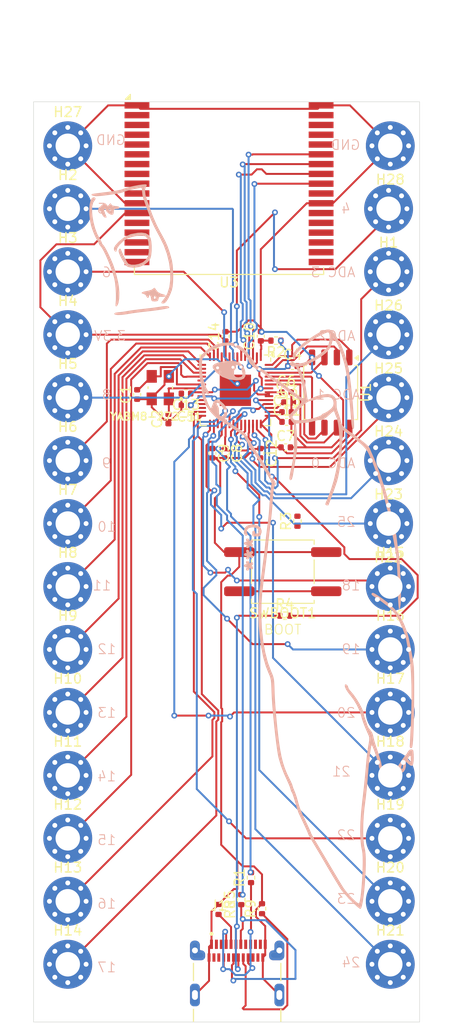
<source format=kicad_pcb>
(kicad_pcb (version 20241229) (generator "pcbnew") (generator_version "9.0")
  (layers (0 "F.Cu" signal) (2 "B.Cu" signal) (13 "F.Paste" user) (15 "B.Paste" user) (5 "F.SilkS" user "F.Silkscreen") (7 "B.SilkS" user "B.Silkscreen") (1 "F.Mask" user) (3 "B.Mask" user) (25 "Edge.Cuts" user))
  (net 0 "")
  (net 1 "Net-(U2-XIN)")
  (net 2 "GND")
  (net 3 "+5V")
  (net 4 "DM")
  (net 5 "DP")
  (net 6 "Net-(U2-XOUT)")
  (net 7 "+1V1")
  (net 8 "+3.3V")
  (net 9 "QSPI_SS")
  (net 10 "Net-(R3-Pad1)")
  (net 11 "Net-(U2-USB_DP)")
  (net 12 "Net-(U2-USB_DM)")
  (net 13 "QSPI_SD2")
  (net 14 "QSPI_SD3")
  (net 15 "QSPI_SD1")
  (net 16 "QSPI_SCLK")
  (net 17 "QSPI_SD0")
  (net 19 "sck")
  (net 20 "csn")
  (net 21 "RX")
  (net 42 "tx")
  (net 51 "Net-(U2-GPIO4)")
  (net 52 "Net-(U2-GPIO5)")
  (net 53 "Net-(U2-GPIO6)")
  (net 54 "Net-(U2-GPIO8)")
  (net 55 "Net-(U2-GPIO9)")
  (net 56 "Net-(U2-GPIO10)")
  (net 57 "Net-(U2-GPIO11)")
  (net 58 "Net-(U2-GPIO12)")
  (net 59 "Net-(U2-GPIO13)")
  (net 60 "Net-(U2-GPIO14)")
  (net 61 "Net-(U2-GPIO15)")
  (net 62 "Net-(U2-GPIO16)")
  (net 63 "Net-(U2-GPIO17)")
  (net 64 "Net-(U2-GPIO18)")
  (net 65 "Net-(U2-GPIO19)")
  (net 66 "Net-(U2-GPIO20)")
  (net 67 "Net-(U2-GPIO21)")
  (net 68 "Net-(U2-GPIO22)")
  (net 69 "Net-(U2-GPIO23)")
  (net 70 "Net-(U2-GPIO24)")
  (net 71 "Net-(U2-GPIO25)")
  (net 72 "Net-(U2-GPIO26_ADC0)")
  (net 73 "Net-(U2-GPIO27_ADC1)")
  (net 74 "Net-(U2-GPIO28_ADC2)")
  (net 75 "Net-(U2-GPIO29_ADC3)")
  (net 76 "Net-(J1-CC1)")
  (net 84 "Net-(J1-CC2)")
  (footprint "MountingHole:MountingHole_2.5mm_Pad_Via" (layer "F.Cu") (at 130.825825 64.792308 180)
    (property "Reference" "H25")
    (property "Value" "MountingHole_Pad")
  )
  (footprint "Capacitor_SMD:C_0402_1005Metric" (layer "F.Cu") (at 121 68)
    (property "Reference" "C4")
    (property "Value" "100n")
  )
  (footprint "MountingHole:MountingHole_2.5mm_Pad_Via" (layer "F.Cu") (at 98 90.515385)
    (property "Reference" "H8")
    (property "Value" "MountingHole_Pad")
  )
  (footprint "MountingHole:MountingHole_2.5mm_Pad_Via" (layer "F.Cu") (at 98 45.5)
    (property "Reference" "H27")
    (property "Value" "MountingHole_Pad")
  )
  (footprint "MountingHole:MountingHole_2.5mm_Pad_Via" (layer "F.Cu") (at 98 77.653846)
    (property "Reference" "H6")
    (property "Value" "MountingHole_Pad")
  )
  (footprint "MountingHole:MountingHole_2.5mm_Pad_Via" (layer "F.Cu") (at 131 116.238462)
    (property "Reference" "H19")
    (property "Value" "MountingHole_Pad")
  )
  (footprint "RF_Module:DecaWave_DWM1001" (layer "F.Cu") (at 114.5 49.5)
    (property "Reference" "U3")
    (property "Value" "DWM1001")
  )
  (footprint "Resistor_SMD:R_0402_1005Metric" (layer "F.Cu") (at 119.3 65.4 180)
    (property "Reference" "R2")
    (property "Value" "2.2")
  )
  (footprint "MountingHole:MountingHole_2.5mm_Pad_Via" (layer "F.Cu") (at 98 103.376923)
    (property "Reference" "H10")
    (property "Value" "MountingHole_Pad")
  )
  (footprint "Oscillator:XTAL_ABM8-272-T3" (layer "F.Cu") (at 107.465 70.2 180)
    (property "Reference" "YABM8-272-T1")
    (property "Value" "Crystal_GND24")
  )
  (footprint "MountingHole:MountingHole_2.5mm_Pad_Via" (layer "F.Cu") (at 98 51.930769)
    (property "Reference" "H2")
    (property "Value" "MountingHole_Pad")
  )
  (footprint "Capacitor_SMD:C_0402_1005Metric" (layer "F.Cu") (at 108.3 73.4 90)
    (property "Reference" "C2")
    (property "Value" "15p")
  )
  (footprint "Resistor_SMD:R_0402_1005Metric" (layer "F.Cu") (at 115.75 122.5 90)
    (property "Reference" "R5")
    (property "Value" "27.4")
  )
  (footprint "Button_Switch_SMD:SW_Push_1P1T_NO_CK_KSC6xxG" (layer "F.Cu") (at 120 89)
    (property "Reference" "SWBOOT1")
    (property "Value" "Switch")
  )
  (footprint "Capacitor_SMD:C_0402_1005Metric" (layer "F.Cu") (at 110.1 70.8 180)
    (property "Reference" "C13")
    (property "Value" "100n")
  )
  (footprint "MountingHole:MountingHole_2.5mm_Pad_Via" (layer "F.Cu") (at 98 116.238462)
    (property "Reference" "H12")
    (property "Value" "MountingHole_Pad")
  )
  (footprint "Capacitor_SMD:C_0402_1005Metric" (layer "F.Cu") (at 117.749 64.945001 90)
    (property "Reference" "C10")
    (property "Value" "100n")
  )
  (footprint "MountingHole:MountingHole_2.5mm_Pad_Via" (layer "F.Cu") (at 98 109.807692)
    (property "Reference" "H11")
    (property "Value" "MountingHole_Pad")
  )
  (footprint "Capacitor_SMD:C_0402_1005Metric" (layer "F.Cu") (at 120.4 72.7)
    (property "Reference" "C15")
    (property "Value" "100n")
  )
  (footprint "Connector_USB:MOLEX_2216100001" (layer "F.Cu") (at 115.33075 132.2375)
    (property "Reference" "J1")
    (property "Value" "2216100001")
    (fp_line (start -4.62 -5.05) (end -4.62 -4.05) (stroke (width 0.01)) (layer "Edge.Cuts"))
    (fp_line (start -4.32 -3.75) (end -3.72 -3.75) (stroke (width 0.01)) (layer "Edge.Cuts"))
    (fp_line (start -4.02 -4.45) (end -4.02 -5.05) (stroke (width 0.01)) (layer "Edge.Cuts"))
    (fp_line (start -3.72 -4.35) (end -3.92 -4.35) (stroke (width 0.01)) (layer "Edge.Cuts"))
    (fp_line (start 3.72 -3.75) (end 4.32 -3.75) (stroke (width 0.01)) (layer "Edge.Cuts"))
    (fp_line (start 3.92 -4.35) (end 3.72 -4.35) (stroke (width 0.01)) (layer "Edge.Cuts"))
    (fp_line (start 4.02 -5.05) (end 4.02 -4.45) (stroke (width 0.01)) (layer "Edge.Cuts"))
    (fp_line (start 4.62 -4.05) (end 4.62 -5.05) (stroke (width 0.01)) (layer "Edge.Cuts"))
    (fp_arc (start -4.62 -5.05) (mid -4.532132 -5.262132) (end -4.32 -5.35) (stroke (width 0.01)) (layer "Edge.Cuts"))
    (fp_arc (start -4.32 -5.35) (mid -4.107868 -5.262132) (end -4.02 -5.05) (stroke (width 0.01)) (layer "Edge.Cuts"))
    (fp_arc (start -4.32 -3.75) (mid -4.532132 -3.837868) (end -4.62 -4.05) (stroke (width 0.01)) (layer "Edge.Cuts"))
    (fp_arc (start -3.92 -4.35) (mid -3.990711 -4.379289) (end -4.02 -4.45) (stroke (width 0.01)) (layer "Edge.Cuts"))
    (fp_arc (start -3.72 -4.35) (mid -3.507868 -4.262132) (end -3.42 -4.05) (stroke (width 0.01)) (layer "Edge.Cuts"))
    (fp_arc (start -3.42 -4.05) (mid -3.507868 -3.837868) (end -3.72 -3.75) (stroke (width 0.01)) (layer "Edge.Cuts"))
    (fp_arc (start 3.42 -4.05) (mid 3.507868 -4.262132) (end 3.72 -4.35) (stroke (width 0.01)) (layer "Edge.Cuts"))
    (fp_arc (start 3.72 -3.75) (mid 3.507868 -3.837868) (end 3.42 -4.05) (stroke (width 0.01)) (layer "Edge.Cuts"))
    (fp_arc (start 4.02 -5.05) (mid 4.107868 -5.262132) (end 4.32 -5.35) (stroke (width 0.01)) (layer "Edge.Cuts"))
    (fp_arc (start 4.02 -4.45) (mid 3.990711 -4.379289) (end 3.92 -4.35) (stroke (width 0.01)) (layer "Edge.Cuts"))
    (fp_arc (start 4.32 -5.35) (mid 4.532132 -5.262132) (end 4.62 -5.05) (stroke (width 0.01)) (layer "Edge.Cuts"))
    (fp_arc (start 4.62 -4.05) (mid 4.532132 -3.837868) (end 4.32 -3.75) (stroke (width 0.01)) (layer "Edge.Cuts"))
  )
  (footprint "Capacitor_SMD:C_0402_1005Metric" (layer "F.Cu") (at 120.3 76.3)
    (property "Reference" "C7")
    (property "Value" "1u")
  )
  (footprint "MountingHole:MountingHole_2.5mm_Pad_Via" (layer "F.Cu") (at 131 122.669231)
    (property "Reference" "H20")
    (property "Value" "MountingHole_Pad")
  )
  (footprint "MountingHole:MountingHole_2.5mm_Pad_Via" (layer "F.Cu") (at 130.825825 84.084615 180)
    (property "Reference" "H22")
    (property "Value" "MountingHole_Pad")
  )
  (footprint "MountingHole:MountingHole_2.5mm_Pad_Via" (layer "F.Cu") (at 98 122.669231)
    (property "Reference" "H13")
    (property "Value" "MountingHole_Pad")
  )
  (footprint "Resistor_SMD:R_0402_1005Metric" (layer "F.Cu") (at 117.875 123.425 90)
    (property "Reference" "R9")
    (property "Value" "5.1k")
  )
  (footprint "MountingHole:MountingHole_2.5mm_Pad_Via" (layer "F.Cu") (at 131 109.807692)
    (property "Reference" "H18")
    (property "Value" "MountingHole_Pad")
  )
  (footprint "Package_DFN_QFN:QFN-56-1EP_7x7mm_P0.4mm_EP3.2x3.2mm" (layer "F.Cu") (at 115.15 70.475 -90)
    (property "Reference" "U2")
    (property "Value" "RP2040")
  )
  (footprint "Capacitor_SMD:C_0402_1005Metric" (layer "F.Cu") (at 120.4 73.7)
    (property "Reference" "C11")
    (property "Value" "100n")
  )
  (footprint "Resistor_SMD:R_0402_1005Metric" (layer "F.Cu") (at 116.75 120.25 90)
    (property "Reference" "R1")
    (property "Value" "1.7")
  )
  (footprint "Capacitor_SMD:C_0402_1005Metric" (layer "F.Cu") (at 120.6 71.7)
    (property "Reference" "C3")
    (property "Value" "100n")
  )
  (footprint "MountingHole:MountingHole_2.5mm_Pad_Via" (layer "F.Cu") (at 130.825825 58.361538 180)
    (property "Reference" "H26")
    (property "Value" "MountingHole_Pad")
  )
  (footprint "Resistor_SMD:R_0402_1005Metric" (layer "F.Cu") (at 113.425 123.5 -90)
    (property "Reference" "R8")
    (property "Value" "5.1k")
  )
  (footprint "Package_SO:SOIC-8_5.3x5.3mm_P1.27mm" (layer "F.Cu") (at 124.9 70.7 -90)
    (property "Reference" "U1")
    (property "Value" "W25Q128JVS")
  )
  (footprint "MountingHole:MountingHole_2.5mm_Pad_Via" (layer "F.Cu") (at 98 64.792308)
    (property "Reference" "H4")
    (property "Value" "MountingHole_Pad")
  )
  (footprint "MountingHole:MountingHole_2.5mm_Pad_Via" (layer "F.Cu") (at 130.825825 51.930769 180)
    (property "Reference" "H1")
    (property "Value" "MountingHole_Pad")
  )
  (footprint "Capacitor_SMD:C_0402_1005Metric" (layer "F.Cu") (at 110.1 72 180)
    (property "Reference" "C5")
    (property "Value" "1u")
  )
  (footprint "Capacitor_SMD:C_0402_1005Metric" (layer "F.Cu") (at 117.7 76.9 -90)
    (property "Reference" "C12")
    (property "Value" "100n")
  )
  (footprint "MountingHole:MountingHole_2.5mm_Pad_Via" (layer "F.Cu") (at 98 96.946154)
    (property "Reference" "H9")
    (property "Value" "MountingHole_Pad")
  )
  (footprint "Resistor_SMD:R_0402_1005Metric" (layer "F.Cu") (at 120.2 93.5)
    (property "Reference" "R4")
    (property "Value" "27.4")
  )
  (footprint "Capacitor_SMD:C_0402_1005Metric" (layer "F.Cu") (at 120.381252 70.676499)
    (property "Reference" "C6")
    (property "Value" "100n")
  )
  (footprint "Capacitor_SMD:C_0402_1005Metric" (layer "F.Cu") (at 114.148235 76.90562 -90)
    (property "Reference" "C8")
    (property "Value" "100n")
  )
  (footprint "Resistor_SMD:R_0402_1005Metric" (layer "F.Cu") (at 121.5 83.845 90)
    (property "Reference" "R3")
    (property "Value" "1k")
  )
  (footprint "MountingHole:MountingHole_2.5mm_Pad_Via" (layer "F.Cu") (at 131 90.515385)
    (property "Reference" "H15")
    (property "Value" "MountingHole_Pad")
  )
  (footprint "MountingHole:MountingHole_2.5mm_Pad_Via" (layer "F.Cu") (at 98 58.361538)
    (property "Reference" "H3")
    (property "Value" "MountingHole_Pad")
  )
  (footprint "MountingHole:MountingHole_2.5mm_Pad_Via" (layer "F.Cu") (at 130.825825 71.223077 180)
    (property "Reference" "H24")
    (property "Value" "MountingHole_Pad")
  )
  (footprint "MountingHole:MountingHole_2.5mm_Pad_Via" (layer "F.Cu") (at 131 103.376923)
    (property "Reference" "H17")
    (property "Value" "MountingHole_Pad")
  )
  (footprint "MountingHole:MountingHole_2.5mm_Pad_Via" (layer "F.Cu") (at 130.825825 77.653846 180)
    (property "Reference" "H23")
    (property "Value" "MountingHole_Pad")
  )
  (footprint "MountingHole:MountingHole_2.5mm_Pad_Via" (layer "F.Cu") (at 98 71.223077)
    (property "Reference" "H5")
    (property "Value" "MountingHole_Pad")
  )
  (footprint "MountingHole:MountingHole_2.5mm_Pad_Via" (layer "F.Cu") (at 131 129.1)
    (property "Reference" "H21")
    (property "Value" "MountingHole_Pad")
  )
  (footprint "MountingHole:MountingHole_2.5mm_Pad_Via" (layer "F.Cu") (at 98 129.1)
    (property "Reference" "H14")
    (property "Value" "MountingHole_Pad")
  )
  (footprint "Capacitor_SMD:C_0402_1005Metric" (layer "F.Cu") (at 112.8 76.9 -90)
    (property "Reference" "C9")
    (property "Value" "10u")
  )
  (footprint "MountingHole:MountingHole_2.5mm_Pad_Via" (layer "F.Cu") (at 131 45.5 180)
    (property "Reference" "H28")
    (property "Value" "MountingHole_Pad")
  )
  (footprint "Capacitor_SMD:C_0402_1005Metric" (layer "F.Cu") (at 114.144247 64.965371 90)
    (property "Reference" "C14")
    (property "Value" "100n")
  )
  (footprint "MountingHole:MountingHole_2.5mm_Pad_Via" (layer "F.Cu") (at 131 96.946154)
    (property "Reference" "H16")
    (property "Value" "MountingHole_Pad")
  )
  (footprint "MountingHole:MountingHole_2.5mm_Pad_Via" (layer "F.Cu") (at 98 84.084615)
    (property "Reference" "H7")
    (property "Value" "MountingHole_Pad")
  )
  (footprint "Capacitor_SMD:C_0402_1005Metric" (layer "F.Cu") (at 105.1 70.9 90)
    (property "Reference" "C1")
    (property "Value" "15p")
  )
  (footprint "LOGO" (layer "B.Cu") (at 117 86.5 -90)
    (property "Reference" "G***")
    (property "Value" "LOGO" (hide yes))
  )
  (gr_rect (start 94.5 41) (end 134 135) (stroke (width 0.05)) (fill no) (layer "Edge.Cuts"))
  (gr_text "BOOT" (at 118 95.5 0) (layer "F.SilkS") (effects (font (size 1 1) (thickness 0.1)) (justify left bottom)))
  (gr_text "6\n" (at 102.5 59 0) (layer "B.SilkS") (effects (font (size 1 1) (thickness 0.1)) (justify left bottom mirror)))
  (gr_text "16" (at 103 123.5 0) (layer "B.SilkS") (effects (font (size 1 1) (thickness 0.1)) (justify left bottom mirror)))
  (gr_text "ADC 3" (at 127.5 59 0) (layer "B.SilkS") (effects (font (size 1 1) (thickness 0.1)) (justify left bottom mirror)))
  (gr_text "18" (at 128 91 0) (layer "B.SilkS") (effects (font (size 1 1) (thickness 0.1)) (justify left bottom mirror)))
  (gr_text "4" (at 127 52.5 0) (layer "B.SilkS") (effects (font (size 1 1) (thickness 0.1)) (justify left bottom mirror)))
  (gr_text "21" (at 127 110 0) (layer "B.SilkS") (effects (font (size 1 1) (thickness 0.1)) (justify left bottom mirror)))
  (gr_text "13" (at 103 104 0) (layer "B.SilkS") (effects (font (size 1 1) (thickness 0.1)) (justify left bottom mirror)))
  (gr_text "19" (at 128 97.5 0) (layer "B.SilkS") (effects (font (size 1 1) (thickness 0.1)) (justify left bottom mirror)))
  (gr_text "ADC 0" (at 127.5 78.5 0) (layer "B.SilkS") (effects (font (size 1 1) (thickness 0.1)) (justify left bottom mirror)))
  (gr_text "11" (at 102.5 91 0) (layer "B.SilkS") (effects (font (size 1 1) (thickness 0.1)) (justify left bottom mirror)))
  (gr_text "ADC2" (at 127.5 65.5 0) (layer "B.SilkS") (effects (font (size 1 1) (thickness 0.1)) (justify left bottom mirror)))
  (gr_text "15" (at 103 117 0) (layer "B.SilkS") (effects (font (size 1 1) (thickness 0.1)) (justify left bottom mirror)))
  (gr_text "10" (at 103 85 0) (layer "B.SilkS") (effects (font (size 1 1) (thickness 0.1)) (justify left bottom mirror)))
  (gr_text "GND" (at 104 45.5 0) (layer "B.SilkS") (effects (font (size 1 1) (thickness 0.1)) (justify left bottom mirror)))
  (gr_text "9" (at 102.5 78.5 0) (layer "B.SilkS") (effects (font (size 1 1) (thickness 0.1)) (justify left bottom mirror)))
  (gr_text "ADC 1" (at 128 71.5 0) (layer "B.SilkS") (effects (font (size 1 1) (thickness 0.1)) (justify left bottom mirror)))
  (gr_text "12" (at 103 97.5 0) (layer "B.SilkS") (effects (font (size 1 1) (thickness 0.1)) (justify left bottom mirror)))
  (gr_text "3.3V" (at 104 65.5 0) (layer "B.SilkS") (effects (font (size 1 1) (thickness 0.1)) (justify left bottom mirror)))
  (gr_text "20" (at 127.5 104 0) (layer "B.SilkS") (effects (font (size 1 1) (thickness 0.1)) (justify left bottom mirror)))
  (gr_text "22" (at 127.5 116.5 0) (layer "B.SilkS") (effects (font (size 1 1) (thickness 0.1)) (justify left bottom mirror)))
  (gr_text "23" (at 127.5 123 0) (layer "B.SilkS") (effects (font (size 1 1) (thickness 0.1)) (justify left bottom mirror)))
  (gr_text "14" (at 103 110.5 0) (layer "B.SilkS") (effects (font (size 1 1) (thickness 0.1)) (justify left bottom mirror)))
  (gr_text "5" (at 102 52.5 0) (layer "B.SilkS") (effects (font (size 1 1) (thickness 0.1)) (justify left bottom mirror)))
  (gr_text "24" (at 128 129.5 0) (layer "B.SilkS") (effects (font (size 1 1) (thickness 0.1)) (justify left bottom mirror)))
  (gr_text "GND" (at 128 46 0) (layer "B.SilkS") (effects (font (size 1 1) (thickness 0.1)) (justify left bottom mirror)))
  (gr_text "8" (at 102.5 71.5 0) (layer "B.SilkS") (effects (font (size 1 1) (thickness 0.1)) (justify left bottom mirror)))
  (gr_text "17" (at 103 130 0) (layer "B.SilkS") (effects (font (size 1 1) (thickness 0.1)) (justify left bottom mirror)))
  (gr_text "25" (at 127.5 84.5 0) (layer "B.SilkS") (effects (font (size 1 1) (thickness 0.1)) (justify left bottom mirror)))
  (segment (start 106.59 69.05) (end 107.514 69.05) (width 0.2) (layer "F.Cu") (net 1))
  (segment (start 107.514 68.1) (end 109.166 68.1) (width 0.2) (layer "F.Cu") (net 1))
  (segment (start 105.1 70.42) (end 105.22 70.42) (width 0.2) (layer "F.Cu") (net 1))
  (segment (start 107.514 69.05) (end 107.514 68.1) (width 0.2) (layer "F.Cu") (net 1))
  (segment (start 109.166 69.875) (end 111.7125 69.875) (width 0.2) (layer "F.Cu") (net 1))
  (segment (start 105.22 70.42) (end 106.59 69.05) (width 0.2) (layer "F.Cu") (net 1))
  (segment (start 109.166 68.1) (end 109.166 69.875) (width 0.2) (layer "F.Cu") (net 1))
  (segment (start 114.142615 77.38) (end 114.148235 77.38562) (width 0.2) (layer "F.Cu") (net 2))
  (segment (start 118.20575 127.0625) (end 118.20575 125.20609) (width 0.2) (layer "F.Cu") (net 2))
  (segment (start 125 76.3) (end 126.179 75.121) (width 0.2) (layer "F.Cu") (net 2))
  (segment (start 114.365686 89.4) (end 114.648529 89.4) (width 0.2) (layer "F.Cu") (net 2))
  (segment (start 112.45575 127.3125) (end 112.45575 128.4125) (width 0.2) (layer "F.Cu") (net 2))
  (segment (start 113.7 90.065686) (end 114.365686 89.4) (width 0.2) (layer "F.Cu") (net 2))
  (segment (start 120.88 73.7) (end 120.88 74.77919) (width 0.2) (layer "F.Cu") (net 2))
  (segment (start 113.699 104.3809) (end 113.8 104.279899) (width 0.2) (layer "F.Cu") (net 2))
  (segment (start 118.20575 125.20609) (end 117.254 124.25434) (width 0.2) (layer "F.Cu") (net 2))
  (segment (start 105.431 41.721) (end 105.08 41.37) (width 0.2) (layer "F.Cu") (net 2))
  (segment (start 114.148235 77.38562) (end 116.118181 77.38562) (width 0.2) (layer "F.Cu") (net 2))
  (segment (start 113.048529 81.5) (end 113.6 80.948529) (width 0.2) (layer "F.Cu") (net 2))
  (segment (start 106.56 71.38) (end 106.59 71.35) (width 0.2) (layer "F.Cu") (net 2))
  (segment (start 107.9 69.49) (end 108.34 69.05) (width 0.2) (layer "F.Cu") (net 2))
  (segment (start 113.8 103.020099) (end 113.7 102.9201) (width 0.2) (layer "F.Cu") (net 2))
  (segment (start 116.118181 77.38562) (end 116.64185 76.861951) (width 0.2) (layer "F.Cu") (net 2))
  (segment (start 118.20575 128.1625) (end 117.95575 128.4125) (width 0.2) (layer "F.Cu") (net 2))
  (segment (start 131 45.5) (end 126.87 41.37) (width 0.2) (layer "F.Cu") (net 2))
  (segment (start 98 45.5) (end 103.87 51.37) (width 0.2) (layer "F.Cu") (net 2))
  (segment (start 123.569 41.721) (end 105.431 41.721) (width 0.2) (layer "F.Cu") (net 2))
  (segment (start 122.1075 68) (end 122.995 67.1125) (width 0.2) (layer "F.Cu") (net 2))
  (segment (start 107.891 73.501) (end 106.59 72.2) (width 0.2) (layer "F.Cu") (net 2))
  (segment (start 113.6 77.870001) (end 113.109999 77.38) (width 0.2) (layer "F.Cu") (net 2))
  (segment (start 126.87 41.37) (end 123.92 41.37) (width 0.2) (layer "F.Cu") (net 2))
  (segment (start 113.048529 86.048529) (end 113.048529 81.5) (width 0.2) (layer "F.Cu") (net 2))
  (segment (start 117.95575 128.4125) (end 117.95575 130.5425) (width 0.2) (layer "F.Cu") (net 2))
  (segment (start 112.8 77.38) (end 114.142615 77.38) (width 0.2) (layer "F.Cu") (net 2))
  (segment (start 113.8 104.279899) (end 113.8 103.020099) (width 0.2) (layer "F.Cu") (net 2))
  (segment (start 109.62 70.8) (end 109.62 72.53755) (width 0.2) (layer "F.Cu") (net 2))
  (segment (start 113.7 102.9201) (end 113.7 90.065686) (width 0.2) (layer "F.Cu") (net 2))
  (segment (start 117.843796 64.194798) (end 117.843796 64.5092) (width 0.2) (layer "F.Cu") (net 2))
  (segment (start 115.339505 64.485371) (end 116.488408 63.336468) (width 0.2) (layer "F.Cu") (net 2))
  (segment (start 112.45575 130.7925) (end 111.01075 132.2375) (width 0.2) (layer "F.Cu") (net 2))
  (segment (start 117.875 119.92466) (end 117.05034 119.1) (width 0.2) (layer "F.Cu") (net 2))
  (segment (start 113.109999 77.38) (end 112.8 77.38) (width 0.2) (layer "F.Cu") (net 2))
  (segment (start 118.20575 127.0625) (end 118.20575 128.1625) (width 0.2) (layer "F.Cu") (net 2))
  (segment (start 109.62 72.53755) (end 108.65655 73.501) (width 0.2) (layer "F.Cu") (net 2))
  (segment (start 115.35 121.419) (end 115.35 118.55) (width 0.2) (layer "F.Cu") (net 2))
  (segment (start 123.92 51.37) (end 122.45 51.37) (width 0.2) (layer "F.Cu") (net 2))
  (segment (start 114.996 121.419) (end 115.35 121.419) (width 0.2) (layer "F.Cu") (net 2))
  (segment (start 113.425 122.99) (end 112.70575 123.70925) (width 0.2) (layer "F.Cu") (net 2))
  (segment (start 123.92 41.37) (end 123.569 41.721) (width 0.2) (layer "F.Cu") (net 2))
  (segment (start 126.179 71.479) (end 123.7 69) (width 0.2) (layer "F.Cu") (net 2))
  (segment (start 114.144247 64.485371) (end 115.339505 64.485371) (width 0.2) (layer "F.Cu") (net 2))
  (segment (start 103.87 51.37) (end 105.08 51.37) (width 0.2) (layer "F.Cu") (net 2))
  (segment (start 106.59 71.35) (end 106.59 71.225) (width 0.2) (layer "F.Cu") (net 2))
  (segment (start 114 87) (end 113.048529 86.048529) (width 0.2) (layer "F.Cu") (net 2))
  (segment (start 117.05034 119.1) (end 115.9 119.1) (width 0.2) (layer "F.Cu") (net 2))
  (segment (start 102.13 41.37) (end 98 45.5) (width 0.2) (layer "F.Cu") (net 2))
  (segment (start 108.3 73.88) (end 108.3 73.501) (width 0.2) (layer "F.Cu") (net 2))
  (segment (start 117.749 56.071) (end 117.749 64.414404) (width 0.2) (layer "F.Cu") (net 2))
  (segment (start 117.95575 130.5425) (end 119.65075 132.2375) (width 0.2) (layer "F.Cu") (net 2))
  (segment (start 105.08 41.37) (end 102.13 41.37) (width 0.2) (layer "F.Cu") (net 2))
  (segment (start 117.181951 76.861951) (end 117.7 77.38) (width 0.2) (layer "F.Cu") (net 2))
  (segment (start 116.488408 63.336468) (end 116.985466 63.336468) (width 0.2) (layer "F.Cu") (net 2))
  (segment (start 116.64185 76.861951) (end 117.181951 76.861951) (width 0.2) (layer "F.Cu") (net 2))
  (segment (start 115.55 88.498529) (end 115.55 87) (width 0.2) (layer "F.Cu") (net 2))
  (segment (start 115.35 118.55) (end 113.699 116.899) (width 0.2) (layer "F.Cu") (net 2))
  (segment (start 117.875 122.915) (end 117.875 119.92466) (width 0.2) (layer "F.Cu") (net 2))
  (segment (start 112.70575 127.0625) (end 112.45575 127.3125) (width 0.2) (layer "F.Cu") (net 2))
  (segment (start 116.985466 63.336468) (end 117.843796 64.194798) (width 0.2) (layer "F.Cu") (net 2))
  (segment (start 117.254 123.536) (end 117.875 122.915) (width 0.2) (layer "F.Cu") (net 2))
  (segment (start 126.179 75.121) (end 126.179 71.479) (width 0.2) (layer "F.Cu") (net 2))
  (segment (start 108.3 73.501) (end 107.891 73.501) (width 0.2) (layer "F.Cu") (net 2))
  (segment (start 115.55 87) (end 124.45 87) (width 0.2) (layer "F.Cu") (net 2))
  (segment (start 120.88 70.695247) (end 120.861252 70.676499) (width 0.2) (layer "F.Cu") (net 2))
  (segment (start 120.78 76.3) (end 122.40081 76.3) (width 0.2) (layer "F.Cu") (net 2))
  (segment (start 114.648529 89.4) (end 115.55 88.498529) (width 0.2) (layer "F.Cu") (net 2))
  (segment (start 112.70575 123.70925) (end 112.70575 127.0625) (width 0.2) (layer "F.Cu") (net 2))
  (segment (start 120.88 74.77919) (end 122.40081 76.3) (width 0.2) (layer "F.Cu") (net 2))
  (segment (start 117.254 124.25434) (end 117.254 123.536) (width 0.2) (layer "F.Cu") (net 2))
  (segment (start 122.45 51.37) (end 117.749 56.071) (width 0.2) (layer "F.Cu") (net 2))
  (segment (start 121.48 68) (end 122.1075 68) (width 0.2) (layer "F.Cu") (net 2))
  (segment (start 112.45575 128.4125) (end 112.45575 130.7925) (width 0.2) (layer "F.Cu") (net 2))
  (segment (start 106.59 72.2) (end 106.59 71.35) (width 0.2) (layer "F.Cu") (net 2))
  (segment (start 108.65655 73.501) (end 108.3 73.501) (width 0.2) (layer "F.Cu") (net 2))
  (segment (start 120.88 72.7) (end 120.88 70.695247) (width 0.2) (layer "F.Cu") (net 2))
  (segment (start 105.1 71.38) (end 106.56 71.38) (width 0.2) (layer "F.Cu") (net 2))
  (segment (start 122.40081 76.3) (end 125 76.3) (width 0.2) (layer "F.Cu") (net 2))
  (segment (start 125.13 51.37) (end 131 45.5) (width 0.2) (layer "F.Cu") (net 2))
  (segment (start 115.9 119.1) (end 115.35 118.55) (width 0.2) (layer "F.Cu") (net 2))
  (segment (start 113.6 80.948529) (end 113.6 77.870001) (width 0.2) (layer "F.Cu") (net 2))
  (segment (start 113.425 122.99) (end 114.996 121.419) (width 0.2) (layer "F.Cu") (net 2))
  (segment (start 106.59 71.225) (end 107.9 69.915) (width 0.2) (layer "F.Cu") (net 2))
  (segment (start 123.92 51.37) (end 125.13 51.37) (width 0.2) (layer "F.Cu") (net 2))
  (segment (start 117.749 64.414404) (end 117.843796 64.5092) (width 0.2) (layer "F.Cu") (net 2))
  (segment (start 113.699 116.899) (end 113.699 104.3809) (width 0.2) (layer "F.Cu") (net 2))
  (segment (start 107.9 69.915) (end 107.9 69.49) (width 0.2) (layer "F.Cu") (net 2))
  (segment (start 115.55 87) (end 114 87) (width 0.2) (layer "F.Cu") (net 2))
  (segment (start 120.88 73.7) (end 120.88 72.7) (width 0.2) (layer "F.Cu") (net 2))
  (via (at 115.349135 69.8) (size 0.6) (drill 0.3) (layers "F.Cu" "B.Cu") (net 2))
  (via (at 123.7 69) (size 0.6) (drill 0.3) (layers "F.Cu" "B.Cu") (net 2))
  (via (at 122.995 67.1125) (size 0.6) (drill 0.3) (layers "F.Cu" "B.Cu") (net 2))
  (via (at 117.843796 64.5092) (size 0.6) (drill 0.3) (layers "F.Cu" "B.Cu") (net 2))
  (via (at 108.34 69.05) (size 0.6) (drill 0.3) (layers "F.Cu" "B.Cu") (net 2))
  (segment (start 108.34 69.05) (end 108.34 68.925) (width 0.2) (layer "B.Cu") (net 2))
  (segment (start 108.34 68.925) (end 109.965 67.3) (width 0.2) (layer "B.Cu") (net 2))
  (segment (start 113.3 67.3) (end 114.3 68.3) (width 0.2) (layer "B.Cu") (net 2))
  (segment (start 123.7 69) (end 122.995 68.295) (width 0.2) (layer "B.Cu") (net 2))
  (segment (start 120.3917 64.5092) (end 117.843796 64.5092) (width 0.2) (layer "B.Cu") (net 2))
  (segment (start 109.965 67.3) (end 113.3 67.3) (width 0.2) (layer "B.Cu") (net 2))
  (segment (start 114.3 68.3) (end 114.3 69.050865) (width 0.2) (layer "B.Cu") (net 2))
  (segment (start 122.995 67.1125) (end 120.3917 64.5092) (width 0.2) (layer "B.Cu") (net 2))
  (segment (start 115.049135 69.8) (end 115.349135 69.8) (width 0.2) (layer "B.Cu") (net 2))
  (segment (start 114.3 69.050865) (end 115.049135 69.8) (width 0.2) (layer "B.Cu") (net 2))
  (segment (start 122.995 68.295) (end 122.995 67.1125) (width 0.2) (layer "B.Cu") (net 2))
  (segment (start 116.889821 129.42555) (end 116.889821 129.489946) (width 0.2) (layer "F.Cu") (net 3))
  (segment (start 116.45575 128.991479) (end 116.889821 129.42555) (width 0.2) (layer "F.Cu") (net 3))
  (segment (start 114.20575 125.869886) (end 114.106225 125.770361) (width 0.2) (layer "F.Cu") (net 3))
  (segment (start 116.7 125.8) (end 116.7 125.7) (width 0.2) (layer "F.Cu") (net 3))
  (segment (start 113.9 129.6) (end 113.95575 129.54425) (width 0.2) (layer "F.Cu") (net 3))
  (segment (start 116.7 125.7) (end 116.75 125.65) (width 0.2) (layer "F.Cu") (net 3))
  (segment (start 113.95575 129.54425) (end 113.95575 128.4125) (width 0.2) (layer "F.Cu") (net 3))
  (segment (start 116.75 125.65) (end 116.75 120.76) (width 0.2) (layer "F.Cu") (net 3))
  (segment (start 116.45575 128.4125) (end 116.45575 128.991479) (width 0.2) (layer "F.Cu") (net 3))
  (segment (start 114.20575 127.0625) (end 114.20575 125.869886) (width 0.2) (layer "F.Cu") (net 3))
  (segment (start 116.70575 127.0625) (end 116.70575 125.80575) (width 0.2) (layer "F.Cu") (net 3))
  (segment (start 116.70575 125.80575) (end 116.7 125.8) (width 0.2) (layer "F.Cu") (net 3))
  (via (at 113.9 129.6) (size 0.6) (drill 0.3) (layers "F.Cu" "B.Cu") (net 3))
  (via (at 116.7 125.8) (size 0.6) (drill 0.3) (layers "F.Cu" "B.Cu") (net 3))
  (via (at 116.889821 129.489946) (size 0.6) (drill 0.3) (layers "F.Cu" "B.Cu") (net 3))
  (via (at 114.106225 125.770361) (size 0.6) (drill 0.3) (layers "F.Cu" "B.Cu") (net 3))
  (segment (start 116.842129 129.489946) (end 116.889821 129.489946) (width 0.2) (layer "B.Cu") (net 3))
  (segment (start 114.551471 129.6) (end 115.151471 130.2) (width 0.2) (layer "B.Cu") (net 3))
  (segment (start 113.9 129.6) (end 113.9 125.976586) (width 0.2) (layer "B.Cu") (net 3))
  (segment (start 116.837344 129.489946) (end 116.889821 129.489946) (width 0.2) (layer "B.Cu") (net 3))
  (segment (start 116.132075 130.2) (end 116.842129 129.489946) (width 0.2) (layer "B.Cu") (net 3))
  (segment (start 115.151471 130.2) (end 116.132075 130.2) (width 0.2) (layer "B.Cu") (net 3))
  (segment (start 116.7 129.352602) (end 116.837344 129.489946) (width 0.2) (layer "B.Cu") (net 3))
  (segment (start 116.7 125.8) (end 116.7 129.352602) (width 0.2) (layer "B.Cu") (net 3))
  (segment (start 113.9 125.976586) (end 114.106225 125.770361) (width 0.2) (layer "B.Cu") (net 3))
  (segment (start 113.9 129.6) (end 114.551471 129.6) (width 0.2) (layer "B.Cu") (net 3))
  (segment (start 114.95575 128.4125) (end 114.95575 129.0375) (width 0.2) (layer "F.Cu") (net 4))
  (segment (start 115.75 123.01) (end 115.75 124.333216) (width 0.2) (layer "F.Cu") (net 4))
  (segment (start 115.902976 125.481646) (end 115.902976 124.486192) (width 0.2) (layer "F.Cu") (net 4))
  (segment (start 114.8 130.618457) (end 114.944841 130.763298) (width 0.2) (layer "F.Cu") (net 4))
  (segment (start 114.8 129.19325) (end 114.8 130.618457) (width 0.2) (layer "F.Cu") (net 4))
  (segment (start 114.95575 129.0375) (end 114.8 129.19325) (width 0.2) (layer "F.Cu") (net 4))
  (segment (start 115.70575 127.0625) (end 115.70575 125.678872) (width 0.2) (layer "F.Cu") (net 4))
  (segment (start 115.75 124.333216) (end 115.902976 124.486192) (width 0.2) (layer "F.Cu") (net 4))
  (segment (start 115.70575 125.678872) (end 115.902976 125.481646) (width 0.2) (layer "F.Cu") (net 4))
  (via (at 115.902976 124.486192) (size 0.6) (drill 0.3) (layers "F.Cu" "B.Cu") (net 4))
  (via (at 114.944841 130.763298) (size 0.6) (drill 0.3) (layers "F.Cu" "B.Cu") (net 4))
  (segment (start 115.976253 124.6) (end 115.902976 124.526723) (width 0.2) (layer "B.Cu") (net 4))
  (segment (start 114.944841 130.763298) (end 115.108139 130.6) (width 0.2) (layer "B.Cu") (net 4))
  (segment (start 121.3 127.653864) (end 118.246136 124.6) (width 0.2) (layer "B.Cu") (net 4))
  (segment (start 118.246136 124.6) (end 115.976253 124.6) (width 0.2) (layer "B.Cu") (net 4))
  (segment (start 115.108139 130.6) (end 121.3 130.6) (width 0.2) (layer "B.Cu") (net 4))
  (segment (start 115.902976 124.526723) (end 115.902976 124.486192) (width 0.2) (layer "B.Cu") (net 4))
  (segment (start 121.3 130.6) (end 121.3 127.653864) (width 0.2) (layer "B.Cu") (net 4))
  (segment (start 115.4 129.6) (end 115.45575 129.54425) (width 0.2) (layer "F.Cu") (net 5))
  (segment (start 115.5 93.5) (end 119.69 93.5) (width 0.2) (layer "F.Cu") (net 5))
  (segment (start 115.20575 125.330343) (end 115.302976 125.233117) (width 0.2) (layer "F.Cu") (net 5))
  (segment (start 115.20575 127.0625) (end 115.20575 125.330343) (width 0.2) (layer "F.Cu") (net 5))
  (segment (start 115.45575 129.54425) (end 115.45575 128.4125) (width 0.2) (layer "F.Cu") (net 5))
  (segment (start 115.3 93.7) (end 115.5 93.5) (width 0.2) (layer "F.Cu") (net 5))
  (via (at 115.3 93.7) (size 0.6) (drill 0.3) (layers "F.Cu" "B.Cu") (net 5))
  (via (at 115.4 129.6) (size 0.6) (drill 0.3) (layers "F.Cu" "B.Cu") (net 5))
  (via (at 115.302976 125.233117) (size 0.6) (drill 0.3) (layers "F.Cu" "B.Cu") (net 5))
  (segment (start 115.2 125.336093) (end 115.302976 125.233117) (width 0.2) (layer "B.Cu") (net 5))
  (segment (start 115.3 121.751471) (end 115.302976 121.748495) (width 0.2) (layer "B.Cu") (net 5))
  (segment (start 115.302976 121.748495) (end 115.302976 93.702976) (width 0.2) (layer "B.Cu") (net 5))
  (segment (start 115.2 129.4) (end 115.2 125.336093) (width 0.2) (layer "B.Cu") (net 5))
  (segment (start 115.3 122.248529) (end 115.3 121.751471) (width 0.2) (layer "B.Cu") (net 5))
  (segment (start 115.4 129.6) (end 115.2 129.4) (width 0.2) (layer "B.Cu") (net 5))
  (segment (start 115.302976 122.251505) (end 115.3 122.248529) (width 0.2) (layer "B.Cu") (net 5))
  (segment (start 115.302976 93.702976) (end 115.3 93.7) (width 0.2) (layer "B.Cu") (net 5))
  (segment (start 115.302976 125.233117) (end 115.302976 122.251505) (width 0.2) (layer "B.Cu") (net 5))
  (segment (start 108.325 70.275) (end 111.7125 70.275) (width 0.2) (layer "F.Cu") (net 6))
  (segment (start 108.34 71.35) (end 108.34 72.88) (width 0.2) (layer "F.Cu") (net 6))
  (segment (start 108.3 70.3) (end 108.325 70.275) (width 0.2) (layer "F.Cu") (net 6))
  (segment (start 108.34 71.35) (end 108.34 70.34) (width 0.2) (layer "F.Cu") (net 6))
  (segment (start 108.34 70.34) (end 108.3 70.3) (width 0.2) (layer "F.Cu") (net 6))
  (segment (start 108.34 72.88) (end 108.3 72.92) (width 0.2) (layer "F.Cu") (net 6))
  (segment (start 117.670874 70.473228) (end 117.670544 70.473558) (width 0.2) (layer "F.Cu") (net 7))
  (segment (start 117.675679 70.462613) (end 117.675679 70.460926) (width 0.2) (layer "F.Cu") (net 7))
  (segment (start 117.849562 70.278045) (end 117.68983 70.437777) (width 0.2) (layer "F.Cu") (net 7))
  (segment (start 117.669403 70.397634) (end 117.744894 70.322143) (width 0.2) (layer "F.Cu") (net 7))
  (segment (start 117.849562 69.251031) (end 117.849562 70.278045) (width 0.2) (layer "F.Cu") (net 7))
  (segment (start 117.670544 70.475658) (end 117.669554 70.476648) (width 0.2) (layer "F.Cu") (net 7))
  (segment (start 117.68983 70.446775) (end 117.68983 70.437777) (width 0.2) (layer "F.Cu") (net 7))
  (segment (start 117.670544 70.475658) (end 117.670544 70.473558) (width 0.2) (layer "F.Cu") (net 7))
  (segment (start 117.670874 70.473228) (end 117.670874 70.471638) (width 0.2) (layer "F.Cu") (net 7))
  (segment (start 117.852607 70.275) (end 117.68983 70.437777) (width 0.2) (layer "F.Cu") (net 7))
  (segment (start 117.673264 70.469248) (end 117.670874 70.471638) (width 0.2) (layer "F.Cu") (net 7))
  (segment (start 117.670544 70.475658) (end 117.670544 70.473558) (width 0.2) (layer "F.Cu") (net 7))
  (segment (start 120.12 71.7) (end 119.98245 71.7) (width 0.2) (layer "F.Cu") (net 7))
  (segment (start 117.68983 70.446775) (end 117.675679 70.460926) (width 0.2) (layer "F.Cu") (net 7))
  (segment (start 117.673264 70.469248) (end 117.673264 70.465028) (width 0.2) (layer "F.Cu") (net 7))
  (segment (start 111.7125 71.075) (end 112.7499 71.075) (width 0.2) (layer "F.Cu") (net 7))
  (segment (start 117.670544 70.475658) (end 117.669554 70.476648) (width 0.2) (layer "F.Cu") (net 7))
  (segment (start 119.81 65.4) (end 119.8 65.4) (width 0.2) (layer "F.Cu") (net 7))
  (segment (start 117.669403 70.397634) (end 117.744894 70.322143) (width 0.2) (layer "F.Cu") (net 7))
  (segment (start 117.670874 70.473228) (end 117.670874 70.471638) (width 0.2) (layer "F.Cu") (net 7))
  (segment (start 117.744894 70.322143) (end 117.744894 70.301) (width 0.2) (layer "F.Cu") (net 7))
  (segment (start 117.6 69.001469) (end 117.849562 69.251031) (width 0.2) (layer "F.Cu") (net 7))
  (segment (start 117.673264 70.469248) (end 117.670874 70.471638) (width 0.2) (layer "F.Cu") (net 7))
  (segment (start 117.675679 70.462613) (end 117.675679 70.460926) (width 0.2) (layer "F.Cu") (net 7))
  (segment (start 117.669554 70.477801) (end 117.669554 70.476648) (width 0.2) (layer "F.Cu") (net 7))
  (segment (start 119.98245 71.7) (end 119.40745 72.275) (width 0.2) (layer "F.Cu") (net 7))
  (segment (start 117.669554 70.477801) (end 117.669403 70.477952) (width 0.2) (layer "F.Cu") (net 7))
  (segment (start 117.744894 70.322143) (end 117.744894 70.301) (width 0.2) (layer "F.Cu") (net 7))
  (segment (start 117.68983 70.446775) (end 117.675679 70.460926) (width 0.2) (layer "F.Cu") (net 7))
  (segment (start 118.5875 70.275) (end 117.852607 70.275) (width 0.2) (layer "F.Cu") (net 7))
  (segment (start 117.669554 70.477801) (end 117.669403 70.477952) (width 0.2) (layer "F.Cu") (net 7))
  (segment (start 117.68983 70.446775) (end 117.68983 70.437777) (width 0.2) (layer "F.Cu") (net 7))
  (segment (start 119.40745 72.275) (end 118.5875 72.275) (width 0.2) (layer "F.Cu") (net 7))
  (segment (start 117.669403 70.477952) (end 117.669403 70.397634) (width 0.2) (layer "F.Cu") (net 7))
  (segment (start 117.670874 70.473228) (end 117.670544 70.473558) (width 0.2) (layer "F.Cu") (net 7))
  (segment (start 117.675679 70.462613) (end 117.673264 70.465028) (width 0.2) (layer "F.Cu") (net 7))
  (segment (start 117.6 68.3) (end 117.6 69.001469) (width 0.2) (layer "F.Cu") (net 7))
  (segment (start 117.669403 70.477952) (end 117.669403 70.397634) (width 0.2) (layer "F.Cu") (net 7))
  (segment (start 117.675679 70.462613) (end 117.673264 70.465028) (width 0.2) (layer "F.Cu") (net 7))
  (segment (start 117.669554 70.477801) (end 117.669554 70.476648) (width 0.2) (layer "F.Cu") (net 7))
  (segment (start 117.673264 70.469248) (end 117.673264 70.465028) (width 0.2) (layer "F.Cu") (net 7))
  (segment (start 110.58 72) (end 110.6 72) (width 0.2) (layer "F.Cu") (net 7))
  (segment (start 112.7499 71.075) (end 112.986461 71.311561) (width 0.2) (layer "F.Cu") (net 7))
  (via (at 117.6 68.3) (size 0.6) (drill 0.3) (layers "F.Cu" "B.Cu") (net 7))
  (via (at 117.744894 70.301) (size 0.6) (drill 0.3) (layers "F.Cu" "B.Cu") (net 7))
  (via (at 119.8 65.4) (size 0.6) (drill 0.3) (layers "F.Cu" "B.Cu") (net 7))
  (via (at 110.6 72) (size 0.6) (drill 0.3) (layers "F.Cu" "B.Cu") (net 7))
  (via (at 120.52 68) (size 0.6) (drill 0.3) (layers "F.Cu" "B.Cu") (net 7))
  (via (at 112.986461 71.311561) (size 0.6) (drill 0.3) (layers "F.Cu" "B.Cu") (net 7))
  (segment (start 119.8 65.8) (end 120.52 66.52) (width 0.2) (layer "B.Cu") (net 7))
  (segment (start 111.5 71.1) (end 112.7749 71.1) (width 0.2) (layer "B.Cu") (net 7))
  (segment (start 116.588439 71.311561) (end 117.599 70.301) (width 0.2) (layer "B.Cu") (net 7))
  (segment (start 117.6 68.3) (end 120.22 68.3) (width 0.2) (layer "B.Cu") (net 7))
  (segment (start 119.8 65.4) (end 119.8 65.8) (width 0.2) (layer "B.Cu") (net 7))
  (segment (start 112.7749 71.1) (end 112.986461 71.311561) (width 0.2) (layer "B.Cu") (net 7))
  (segment (start 120.22 68.3) (end 120.52 68) (width 0.2) (layer "B.Cu") (net 7))
  (segment (start 110.6 72) (end 111.5 71.1) (width 0.2) (layer "B.Cu") (net 7))
  (segment (start 120.52 66.52) (end 120.52 68) (width 0.2) (layer "B.Cu") (net 7))
  (segment (start 117.599 70.301) (end 117.744894 70.301) (width 0.2) (layer "B.Cu") (net 7))
  (segment (start 112.986461 71.311561) (end 116.588439 71.311561) (width 0.2) (layer "B.Cu") (net 7))
  (segment (start 103.883 52.37) (end 100.692462 55.560538) (width 0.2) (layer "F.Cu") (net 8))
  (segment (start 119.92 72.7) (end 118.6125 72.7) (width 0.2) (layer "F.Cu") (net 8))
  (segment (start 126.805 74.2875) (end 126.805 75.099999) (width 0.2) (layer "F.Cu") (net 8))
  (segment (start 117.250002 69.5) (end 117.068403 69.681599) (width 0.2) (layer "F.Cu") (net 8))
  (segment (start 117.751 66.314686) (end 117.751 67.0375) (width 0.2) (layer "F.Cu") (net 8))
  (segment (start 98 64.792308) (end 113.491184 64.792308) (width 0.2) (layer "F.Cu") (net 8))
  (segment (start 113.491184 64.792308) (end 114.144247 65.445371) (width 0.2) (layer "F.Cu") (net 8))
  (segment (start 114.15 65.451124) (end 114.15 67.0375) (width 0.2) (layer "F.Cu") (net 8))
  (segment (start 117.068403 69.681599) (end 117.068403 70.494182) (width 0.2) (layer "F.Cu") (net 8))
  (segment (start 116.316994 76.621122) (end 116.476165 76.461951) (width 0.2) (layer "F.Cu") (net 8))
  (segment (start 118.5875 72.675) (end 118.5875 73.075) (width 0.2) (layer "F.Cu") (net 8))
  (segment (start 112.774998 70.675) (end 113.049998 70.4) (width 0.2) (layer "F.Cu") (net 8))
  (segment (start 110.705 70.675) (end 110.58 70.8) (width 0.2) (layer "F.Cu") (net 8))
  (segment (start 117.475221 70.901) (end 118.3615 70.901) (width 0.2) (layer "F.Cu") (net 8))
  (segment (start 100.692462 55.560538) (end 96.839787 55.560538) (width 0.2) (layer "F.Cu") (net 8))
  (segment (start 117.82 76.3) (end 117.7 76.42) (width 0.2) (layer "F.Cu") (net 8))
  (segment (start 117.8 66.265686) (end 117.751 66.314686) (width 0.2) (layer "F.Cu") (net 8))
  (segment (start 118.82884 75.779706) (end 118.82884 74.99034) (width 0.2) (layer "F.Cu") (net 8))
  (segment (start 117.749 65.883314) (end 117.8 65.934314) (width 0.2) (layer "F.Cu") (net 8))
  (segment (start 117.7 76.42) (end 118.188546 76.42) (width 0.2) (layer "F.Cu") (net 8))
  (segment (start 118.6125 72.7) (end 118.5875 72.675) (width 0.2) (layer "F.Cu") (net 8))
  (segment (start 114.343737 76.621122) (end 116.316994 76.621122) (width 0.2) (layer "F.Cu") (net 8))
  (segment (start 119.295 73.075) (end 119.92 73.7) (width 0.2) (layer "F.Cu") (net 8))
  (segment (start 118.79 65.4) (end 117.774001 65.4) (width 0.2) (layer "F.Cu") (net 8))
  (segment (start 119.82 76.3) (end 117.82 76.3) (width 0.2) (layer "F.Cu") (net 8))
  (segment (start 120.431 76.911) (end 119.82 76.3) (width 0.2) (layer "F.Cu") (net 8))
  (segment (start 114.148235 76.42562) (end 114.1 76.377385) (width 0.2) (layer "F.Cu") (net 8))
  (segment (start 116.75 119.74) (end 116.74 119.74) (width 0.2) (layer "F.Cu") (net 8))
  (segment (start 117.774001 65.4) (end 117.749 65.425001) (width 0.2) (layer "F.Cu") (net 8))
  (segment (start 95.199 61.991308) (end 98 64.792308) (width 0.2) (layer "F.Cu") (net 8))
  (segment (start 118.188546 76.42) (end 118.82884 75.779706) (width 0.2) (layer "F.Cu") (net 8))
  (segment (start 118.588999 70.676499) (end 118.5875 70.675) (width 0.2) (layer "F.Cu") (net 8))
  (segment (start 117.8 65.934314) (end 117.8 66.265686) (width 0.2) (layer "F.Cu") (net 8))
  (segment (start 118.3615 70.901) (end 118.5875 70.675) (width 0.2) (layer "F.Cu") (net 8))
  (segment (start 111.7125 70.675) (end 112.774998 70.675) (width 0.2) (layer "F.Cu") (net 8))
  (segment (start 114.148235 76.42562) (end 114.343737 76.621122) (width 0.2) (layer "F.Cu") (net 8))
  (segment (start 114.144247 65.445371) (end 114.15 65.451124) (width 0.2) (layer "F.Cu") (net 8))
  (segment (start 117.749 65.425001) (end 117.749 65.883314) (width 0.2) (layer "F.Cu") (net 8))
  (segment (start 116.476165 76.461951) (end 117.658049 76.461951) (width 0.2) (layer "F.Cu") (net 8))
  (segment (start 114.1 76.377385) (end 114.1 75.251471) (width 0.2) (layer "F.Cu") (net 8))
  (segment (start 117.75 73.9125) (end 118.5875 73.075) (width 0.2) (layer "F.Cu") (net 8))
  (segment (start 111.7125 70.675) (end 110.705 70.675) (width 0.2) (layer "F.Cu") (net 8))
  (segment (start 119.901252 70.676499) (end 118.588999 70.676499) (width 0.2) (layer "F.Cu") (net 8))
  (segment (start 114.148235 76.42562) (end 113.416261 76.42562) (width 0.2) (layer "F.Cu") (net 8))
  (segment (start 105.08 52.37) (end 103.883 52.37) (width 0.2) (layer "F.Cu") (net 8))
  (segment (start 95.199 57.201325) (end 95.199 61.991308) (width 0.2) (layer "F.Cu") (net 8))
  (segment (start 118.5875 70.675) (end 118.5875 71.075) (width 0.2) (layer "F.Cu") (net 8))
  (segment (start 126.805 75.099999) (end 124.993999 76.911) (width 0.2) (layer "F.Cu") (net 8))
  (segment (start 114.1 75.251471) (end 114.15 75.201471) (width 0.2) (layer "F.Cu") (net 8))
  (segment (start 124.993999 76.911) (end 120.431 76.911) (width 0.2) (layer "F.Cu") (net 8))
  (segment (start 96.839787 55.560538) (end 95.199 57.201325) (width 0.2) (layer "F.Cu") (net 8))
  (segment (start 118.5875 73.075) (end 119.295 73.075) (width 0.2) (layer "F.Cu") (net 8))
  (segment (start 113.416261 76.42562) (end 113.4 76.441881) (width 0.2) (layer "F.Cu") (net 8))
  (segment (start 116.74 119.74) (end 116.7 119.7) (width 0.2) (layer "F.Cu") (net 8))
  (segment (start 117.658049 76.461951) (end 117.7 76.42) (width 0.2) (layer "F.Cu") (net 8))
  (segment (start 117.068403 70.494182) (end 117.475221 70.901) (width 0.2) (layer "F.Cu") (net 8))
  (segment (start 114.15 75.201471) (end 114.15 73.9125) (width 0.2) (layer "F.Cu") (net 8))
  (segment (start 118.82884 74.99034) (end 117.751 73.9125) (width 0.2) (layer "F.Cu") (net 8))
  (via (at 117.250002 69.5) (size 0.6) (drill 0.3) (layers "F.Cu" "B.Cu") (net 8))
  (via (at 116.7 119.7) (size 0.6) (drill 0.3) (layers "F.Cu" "B.Cu") (net 8))
  (via (at 113.049998 70.4) (size 0.6) (drill 0.3) (layers "F.Cu" "B.Cu") (net 8))
  (via (at 113.4 76.441881) (size 0.6) (drill 0.3) (layers "F.Cu" "B.Cu") (net 8))
  (segment (start 116.350002 70.4) (end 117.250002 69.5) (width 0.2) (layer "B.Cu") (net 8))
  (segment (start 114.6 78.284257) (end 114.2 77.884256) (width 0.2) (layer "B.Cu") (net 8))
  (segment (start 114.3 82.685785) (end 114.3 78.584257) (width 0.2) (layer "B.Cu") (net 8))
  (segment (start 113.4 76.710001) (end 113.4 76.441881) (width 0.2) (layer "B.Cu") (net 8))
  (segment (start 114.3 78.584257) (end 114.6 78.284257) (width 0.2) (layer "B.Cu") (net 8))
  (segment (start 114.7 83.085785) (end 114.3 82.685785) (width 0.2) (layer "B.Cu") (net 8))
  (segment (start 116.7 119.7) (end 116.7 85.348529) (width 0.2) (layer "B.Cu") (net 8))
  (segment (start 116.7 85.348529) (end 114.7 83.348529) (width 0.2) (layer "B.Cu") (net 8))
  (segment (start 114.2 77.510001) (end 113.4 76.710001) (width 0.2) (layer "B.Cu") (net 8))
  (segment (start 113.049998 70.4) (end 116.350002 70.4) (width 0.2) (layer "B.Cu") (net 8))
  (segment (start 114.2 77.884256) (end 114.2 77.510001) (width 0.2) (layer "B.Cu") (net 8))
  (segment (start 114.7 83.348529) (end 114.7 83.085785) (width 0.2) (layer "B.Cu") (net 8))
  (segment (start 121.5 65.3) (end 125.804999 65.3) (width 0.2) (layer "F.Cu") (net 9))
  (segment (start 120.959528 65.840472) (end 121.5 65.3) (width 0.2) (layer "F.Cu") (net 9))
  (segment (start 119.810999 66.989001) (end 120.959528 66.989001) (width 0.2) (layer "F.Cu") (net 9))
  (segment (start 125.804999 65.3) (end 126.805 66.300001) (width 0.2) (layer "F.Cu") (net 9))
  (segment (start 118.5875 67.875) (end 118.925 67.875) (width 0.2) (layer "F.Cu") (net 9))
  (segment (start 120.959528 66.989001) (end 120.959528 65.840472) (width 0.2) (layer "F.Cu") (net 9))
  (segment (start 118.925 67.875) (end 119.810999 66.989001) (width 0.2) (layer "F.Cu") (net 9))
  (segment (start 126.805 66.300001) (end 126.805 67.1125) (width 0.2) (layer "F.Cu") (net 9))
  (segment (start 115.55 91) (end 124.45 91) (width 0.2) (layer "F.Cu") (net 10))
  (segment (start 126.821929 87.714385) (end 126.301 87.193456) (width 0.2) (layer "F.Cu") (net 11))
  (segment (start 131.976598 93.5) (end 133.801 91.675598) (width 0.2) (layer "F.Cu") (net 11))
  (segment (start 119.075472 79.289312) (end 118.875986 79.289312) (width 0.2) (layer "F.Cu") (net 11))
  (segment (start 133.801 91.675598) (end 133.801 89.355172) (width 0.2) (layer "F.Cu") (net 11))
  (segment (start 120.71 93.5) (end 131.976598 93.5) (width 0.2) (layer "F.Cu") (net 11))
  (segment (start 126.301 86.51484) (end 119.075472 79.289312) (width 0.2) (layer "F.Cu") (net 11))
  (segment (start 132.160213 87.714385) (end 126.821929 87.714385) (width 0.2) (layer "F.Cu") (net 11))
  (segment (start 133.801 89.355172) (end 132.160213 87.714385) (width 0.2) (layer "F.Cu") (net 11))
  (segment (start 117.250002 71.5) (end 117.275002 71.475) (width 0.2) (layer "F.Cu") (net 11))
  (segment (start 126.301 87.193456) (end 126.301 86.51484) (width 0.2) (layer "F.Cu") (net 11))
  (segment (start 117.275002 71.475) (end 118.5875 71.475) (width 0.2) (layer "F.Cu") (net 11))
  (via (at 118.875986 79.289312) (size 0.6) (drill 0.3) (layers "F.Cu" "B.Cu") (net 11))
  (via (at 117.250002 71.5) (size 0.6) (drill 0.3) (layers "F.Cu" "B.Cu") (net 11))
  (segment (start 118.6 79.013326) (end 118.875986 79.289312) (width 0.2) (layer "B.Cu") (net 11))
  (segment (start 118.82884 75.282648) (end 118.82884 75.779706) (width 0.2) (layer "B.Cu") (net 11))
  (segment (start 117.250002 71.5) (end 118.6 72.849998) (width 0.2) (layer "B.Cu") (net 11))
  (segment (start 118.6 75.053808) (end 118.82884 75.282648) (width 0.2) (layer "B.Cu") (net 11))
  (segment (start 118.82884 75.779706) (end 118.6 76.008546) (width 0.2) (layer "B.Cu") (net 11))
  (segment (start 118.6 76.008546) (end 118.6 79.013326) (width 0.2) (layer "B.Cu") (net 11))
  (segment (start 118.6 72.849998) (end 118.6 75.053808) (width 0.2) (layer "B.Cu") (net 11))
  (segment (start 117.11234 72.379883) (end 116.967384 72.524839) (width 0.2) (layer "F.Cu") (net 12))
  (segment (start 118.5875 71.875) (end 118.052226 71.875) (width 0.2) (layer "F.Cu") (net 12))
  (segment (start 117.547343 72.379883) (end 117.11234 72.379883) (width 0.2) (layer "F.Cu") (net 12))
  (segment (start 115.75 121.99) (end 115.89 121.99) (width 0.2) (layer "F.Cu") (net 12))
  (segment (start 115.89 121.99) (end 115.9 122) (width 0.2) (layer "F.Cu") (net 12))
  (segment (start 118.052226 71.875) (end 117.547343 72.379883) (width 0.2) (layer "F.Cu") (net 12))
  (via (at 116.967384 72.524839) (size 0.6) (drill 0.3) (layers "F.Cu" "B.Cu") (net 12))
  (via (at 115.9 122) (size 0.6) (drill 0.3) (layers "F.Cu" "B.Cu") (net 12))
  (segment (start 115.5 72.856142) (end 115.5 72.651471) (width 0.2) (layer "B.Cu") (net 12))
  (segment (start 113.139006 75.723088) (end 113.490477 75.371617) (width 0.2) (layer "B.Cu") (net 12))
  (segment (start 116.742545 72.3) (end 116.967384 72.524839) (width 0.2) (layer "B.Cu") (net 12))
  (segment (start 112.8 77.8) (end 112.8 75.723088) (width 0.2) (layer "B.Cu") (net 12))
  (segment (start 113.248529 81.3) (end 113.6 80.948529) (width 0.2) (layer "B.Cu") (net 12))
  (segment (start 113.248529 82.2) (end 113.248529 81.3) (width 0.2) (layer "B.Cu") (net 12))
  (segment (start 115.147838 73.208304) (end 115.5 72.856142) (width 0.2) (layer "B.Cu") (net 12))
  (segment (start 114.3 83.251471) (end 113.248529 82.2) (width 0.2) (layer "B.Cu") (net 12))
  (segment (start 113.6 80.948529) (end 113.6 80.451471) (width 0.2) (layer "B.Cu") (net 12))
  (segment (start 114.3 83.714214) (end 114.3 83.251471) (width 0.2) (layer "B.Cu") (net 12))
  (segment (start 115.5 72.651471) (end 115.851471 72.3) (width 0.2) (layer "B.Cu") (net 12))
  (segment (start 113.490477 74.709523) (end 114.991696 73.208304) (width 0.2) (layer "B.Cu") (net 12))
  (segment (start 113.6 80.451471) (end 113.248529 80.1) (width 0.2) (layer "B.Cu") (net 12))
  (segment (start 115.851471 72.3) (end 116.742545 72.3) (width 0.2) (layer "B.Cu") (net 12))
  (segment (start 113.490477 75.371617) (end 113.490477 74.709523) (width 0.2) (layer "B.Cu") (net 12))
  (segment (start 114.991696 73.208304) (end 115.147838 73.208304) (width 0.2) (layer "B.Cu") (net 12))
  (segment (start 113.248529 80.1) (end 113.2 80.1) (width 0.2) (layer "B.Cu") (net 12))
  (segment (start 113.2 80.1) (end 113.2 78.2) (width 0.2) (layer "B.Cu") (net 12))
  (segment (start 115.9 122) (end 115.9 85.314214) (width 0.2) (layer "B.Cu") (net 12))
  (segment (start 112.8 75.723088) (end 113.139006 75.723088) (width 0.2) (layer "B.Cu") (net 12))
  (segment (start 115.9 85.314214) (end 114.3 83.714214) (width 0.2) (layer "B.Cu") (net 12))
  (segment (start 113.2 78.2) (end 112.8 77.8) (width 0.2) (layer "B.Cu") (net 12))
  (segment (start 124.265 67.1125) (end 124.265 67.31499) (width 0.2) (layer "F.Cu") (net 13))
  (segment (start 124.265 67.31499) (end 122.90499 68.675) (width 0.2) (layer "F.Cu") (net 13))
  (segment (start 122.90499 68.675) (end 118.5875 68.675) (width 0.2) (layer "F.Cu") (net 13))
  (segment (start 122.46991 75.802) (end 121.8 75.13209) (width 0.2) (layer "F.Cu") (net 14))
  (segment (start 125.535 74.48999) (end 124.22299 75.802) (width 0.2) (layer "F.Cu") (net 14))
  (segment (start 121.775 69.875) (end 118.5875 69.875) (width 0.2) (layer "F.Cu") (net 14))
  (segment (start 125.535 74.2875) (end 125.535 74.48999) (width 0.2) (layer "F.Cu") (net 14))
  (segment (start 124.22299 75.802) (end 122.46991 75.802) (width 0.2) (layer "F.Cu") (net 14))
  (segment (start 121.8 75.13209) (end 121.8 69.9) (width 0.2) (layer "F.Cu") (net 14))
  (segment (start 121.8 69.9) (end 121.775 69.875) (width 0.2) (layer "F.Cu") (net 14))
  (segment (start 119.122774 68.275) (end 118.5875 68.275) (width 0.2) (layer "F.Cu") (net 15))
  (segment (start 122.515215 65.999) (end 121.125215 67.389) (width 0.2) (layer "F.Cu") (net 15))
  (segment (start 121.125215 67.389) (end 120.008774 67.389) (width 0.2) (layer "F.Cu") (net 15))
  (segment (start 125.233999 65.999) (end 122.515215 65.999) (width 0.2) (layer "F.Cu") (net 15))
  (segment (start 120.008774 67.389) (end 119.122774 68.275) (width 0.2) (layer "F.Cu") (net 15))
  (segment (start 125.535 66.300001) (end 125.233999 65.999) (width 0.2) (layer "F.Cu") (net 15))
  (segment (start 125.535 67.1125) (end 125.535 66.300001) (width 0.2) (layer "F.Cu") (net 15))
  (segment (start 122.2 74.96499) (end 122.2 69.5) (width 0.2) (layer "F.Cu") (net 16))
  (segment (start 123.35399 75.401) (end 122.63601 75.401) (width 0.2) (layer "F.Cu") (net 16))
  (segment (start 122.63601 75.401) (end 122.2 74.96499) (width 0.2) (layer "F.Cu") (net 16))
  (segment (start 122.2 69.5) (end 122.175 69.475) (width 0.2) (layer "F.Cu") (net 16))
  (segment (start 122.175 69.475) (end 118.5875 69.475) (width 0.2) (layer "F.Cu") (net 16))
  (segment (start 124.265 74.48999) (end 123.35399 75.401) (width 0.2) (layer "F.Cu") (net 16))
  (segment (start 124.265 74.2875) (end 124.265 74.48999) (width 0.2) (layer "F.Cu") (net 16))
  (segment (start 122.995 69.205) (end 123 69.2) (width 0.2) (layer "F.Cu") (net 17))
  (segment (start 122.995 74.2875) (end 122.995 69.205) (width 0.2) (layer "F.Cu") (net 17))
  (segment (start 122.875 69.075) (end 118.5875 69.075) (width 0.2) (layer "F.Cu") (net 17))
  (segment (start 123 69.2) (end 122.875 69.075) (width 0.2) (layer "F.Cu") (net 17))
  (segment (start 116.55 67.0375) (end 116.55 65.614835) (width 0.2) (layer "F.Cu") (net 19))
  (segment (start 123.92 47.37) (end 115.93 47.37) (width 0.2) (layer "F.Cu") (net 19))
  (segment (start 116.55 65.614835) (end 116.573782 65.591053) (width 0.2) (layer "F.Cu") (net 19))
  (segment (start 115.93 47.37) (end 115.9 47.4) (width 0.2) (layer "F.Cu") (net 19))
  (segment (start 116.573782 64.852912) (end 116.366309 64.645439) (width 0.2) (layer "F.Cu") (net 19))
  (segment (start 116.573782 65.591053) (end 116.573782 64.852912) (width 0.2) (layer "F.Cu") (net 19))
  (via (at 116.366309 64.645439) (size 0.6) (drill 0.3) (layers "F.Cu" "B.Cu") (net 19))
  (via (at 115.9 47.4) (size 0.6) (drill 0.3) (layers "F.Cu" "B.Cu") (net 19))
  (segment (start 116.1 63.631371) (end 116.1 64.37913) (width 0.2) (layer "B.Cu") (net 19))
  (segment (start 116.1 64.37913) (end 116.366309 64.645439) (width 0.2) (layer "B.Cu") (net 19))
  (segment (start 115.9 47.4) (end 116.1 47.6) (width 0.2) (layer "B.Cu") (net 19))
  (segment (start 116.3 61.485785) (end 116.3 63.431371) (width 0.2) (layer "B.Cu") (net 19))
  (segment (start 116.1 47.6) (end 116.1 61.285785) (width 0.2) (layer "B.Cu") (net 19))
  (segment (start 116.3 63.431371) (end 116.1 63.631371) (width 0.2) (layer "B.Cu") (net 19))
  (segment (start 116.1 61.285785) (end 116.3 61.485785) (width 0.2) (layer "B.Cu") (net 19))
  (segment (start 116.5 46.4) (end 116.9 46.4) (width 0.2) (layer "F.Cu") (net 20))
  (segment (start 116.973782 64.173313) (end 116.736937 63.936468) (width 0.2) (layer "F.Cu") (net 20))
  (segment (start 116.93 46.37) (end 123.92 46.37) (width 0.2) (layer "F.Cu") (net 20))
  (segment (start 116.9 46.4) (end 116.93 46.37) (width 0.2) (layer "F.Cu") (net 20))
  (segment (start 116.95 65.780521) (end 116.973782 65.756738) (width 0.2) (layer "F.Cu") (net 20))
  (segment (start 116.95 67.0375) (end 116.95 65.780521) (width 0.2) (layer "F.Cu") (net 20))
  (segment (start 116.973782 65.756738) (end 116.973782 64.173313) (width 0.2) (layer "F.Cu") (net 20))
  (via (at 116.5 46.4) (size 0.6) (drill 0.3) (layers "F.Cu" "B.Cu") (net 20))
  (via (at 116.736937 63.936468) (size 0.6) (drill 0.3) (layers "F.Cu" "B.Cu") (net 20))
  (segment (start 116.5 46.4) (end 116.5 61.1201) (width 0.2) (layer "B.Cu") (net 20))
  (segment (start 116.5 61.1201) (end 116.7 61.320099) (width 0.2) (layer "B.Cu") (net 20))
  (segment (start 116.7 61.320099) (end 116.7 63.899531) (width 0.2) (layer "B.Cu") (net 20))
  (segment (start 116.7 63.899531) (end 116.736937 63.936468) (width 0.2) (layer "B.Cu") (net 20))
  (segment (start 117.1 49.4) (end 117.13 49.37) (width 0.2) (layer "F.Cu") (net 21))
  (segment (start 117.35 67.65) (end 117.013137 67.986863) (width 0.2) (layer "F.Cu") (net 21))
  (segment (start 117.35 67.0375) (end 117.35 67.65) (width 0.2) (layer "F.Cu") (net 21))
  (segment (start 117.013137 67.986863) (end 116.591962 67.986863) (width 0.2) (layer "F.Cu") (net 21))
  (segment (start 117.13 49.37) (end 123.92 49.37) (width 0.2) (layer "F.Cu") (net 21))
  (via (at 117.1 49.4) (size 0.6) (drill 0.3) (layers "F.Cu" "B.Cu") (net 21))
  (via (at 116.591962 67.986863) (size 0.6) (drill 0.3) (layers "F.Cu" "B.Cu") (net 21))
  (segment (start 117.336937 63.687939) (end 117.336937 64.184997) (width 0.2) (layer "B.Cu") (net 21))
  (segment (start 116.966309 64.555625) (end 116.966309 65.198526) (width 0.2) (layer "B.Cu") (net 21))
  (segment (start 117.336937 64.184997) (end 116.966309 64.555625) (width 0.2) (layer "B.Cu") (net 21))
  (segment (start 117.1 49.4) (end 117.1 63.451002) (width 0.2) (layer "B.Cu") (net 21))
  (segment (start 116.5 67.894901) (end 116.591962 67.986863) (width 0.2) (layer "B.Cu") (net 21))
  (segment (start 116.966309 65.198526) (end 116.5 65.664835) (width 0.2) (layer "B.Cu") (net 21))
  (segment (start 117.1 63.451002) (end 117.336937 63.687939) (width 0.2) (layer "B.Cu") (net 21))
  (segment (start 116.5 65.664835) (end 116.5 67.894901) (width 0.2) (layer "B.Cu") (net 21))
  (segment (start 123.92 48.37) (end 118.318529 48.37) (width 0.2) (layer "F.Cu") (net 42))
  (segment (start 116.15 65.518742) (end 115.973782 65.342524) (width 0.2) (layer "F.Cu") (net 42))
  (segment (start 117.351471 47.9) (end 116.811471 48.44) (width 0.2) (layer "F.Cu") (net 42))
  (segment (start 116.15 67.0375) (end 116.15 65.518742) (width 0.2) (layer "F.Cu") (net 42))
  (segment (start 117.848529 47.9) (end 117.351471 47.9) (width 0.2) (layer "F.Cu") (net 42))
  (segment (start 116.811471 48.44) (end 115.5 48.44) (width 0.2) (layer "F.Cu") (net 42))
  (segment (start 118.318529 48.37) (end 117.848529 47.9) (width 0.2) (layer "F.Cu") (net 42))
  (via (at 115.973782 65.342524) (size 0.6) (drill 0.3) (layers "F.Cu" "B.Cu") (net 42))
  (via (at 115.5 48.44) (size 0.6) (drill 0.3) (layers "F.Cu" "B.Cu") (net 42))
  (segment (start 115.9 63.265686) (end 115.7 63.465686) (width 0.2) (layer "B.Cu") (net 42))
  (segment (start 115.7 48.64) (end 115.7 61.451471) (width 0.2) (layer "B.Cu") (net 42))
  (segment (start 115.5 48.44) (end 115.7 48.64) (width 0.2) (layer "B.Cu") (net 42))
  (segment (start 115.9 61.651471) (end 115.9 63.265686) (width 0.2) (layer "B.Cu") (net 42))
  (segment (start 115.7 61.451471) (end 115.9 61.651471) (width 0.2) (layer "B.Cu") (net 42))
  (segment (start 115.7 65.068742) (end 115.973782 65.342524) (width 0.2) (layer "B.Cu") (net 42))
  (segment (start 115.7 63.465686) (end 115.7 65.068742) (width 0.2) (layer "B.Cu") (net 42))
  (segment (start 130.825825 51.930769) (end 130.825825 52.661175) (width 0.2) (layer "F.Cu") (net 51))
  (segment (start 130.825825 52.661175) (end 125.387 58.1) (width 0.2) (layer "F.Cu") (net 51))
  (segment (start 119.2 52.3) (end 115.3 56.2) (width 0.2) (layer "F.Cu") (net 51))
  (segment (start 115.3 56.2) (end 115.3 61.9) (width 0.2) (layer "F.Cu") (net 51))
  (segment (start 115.75 66.35) (end 115.75 67.0375) (width 0.2) (layer "F.Cu") (net 51))
  (segment (start 115.2 65.8) (end 115.75 66.35) (width 0.2) (layer "F.Cu") (net 51))
  (segment (start 125.387 58.1) (end 119.2 58.1) (width 0.2) (layer "F.Cu") (net 51))
  (via (at 119.2 58.1) (size 0.6) (drill 0.3) (layers "F.Cu" "B.Cu") (net 51))
  (via (at 115.2 65.8) (size 0.6) (drill 0.3) (layers "F.Cu" "B.Cu") (net 51))
  (via (at 115.3 61.9) (size 0.6) (drill 0.3) (layers "F.Cu" "B.Cu") (net 51))
  (via (at 119.2 52.3) (size 0.6) (drill 0.3) (layers "F.Cu" "B.Cu") (net 51))
  (segment (start 119.2 58.1) (end 119.1 58) (width 0.2) (layer "B.Cu") (net 51))
  (segment (start 115.3 65.7) (end 115.2 65.8) (width 0.2) (layer "B.Cu") (net 51))
  (segment (start 119.1 58) (end 119.1 52.4) (width 0.2) (layer "B.Cu") (net 51))
  (segment (start 119.1 52.4) (end 119.2 52.3) (width 0.2) (layer "B.Cu") (net 51))
  (segment (start 115.3 61.9) (end 115.3 65.7) (width 0.2) (layer "B.Cu") (net 51))
  (segment (start 115.35 67.0375) (end 115.35 67.720192) (width 0.2) (layer "F.Cu") (net 52))
  (segment (start 115.7 68.070192) (end 115.7 68.1) (width 0.2) (layer "F.Cu") (net 52))
  (segment (start 115.35 67.720192) (end 115.7 68.070192) (width 0.2) (layer "F.Cu") (net 52))
  (via (at 115.7 68.1) (size 0.6) (drill 0.3) (layers "F.Cu" "B.Cu") (net 52))
  (segment (start 114.7 61.651471) (end 114.9 61.451471) (width 0.2) (layer "B.Cu") (net 52))
  (segment (start 115.7 68.070192) (end 114.9 67.270192) (width 0.2) (layer "B.Cu") (net 52))
  (segment (start 114.9 61.451471) (end 114.9 52) (width 0.2) (layer "B.Cu") (net 52))
  (segment (start 114.7 65.451471) (end 114.7 61.651471) (width 0.2) (layer "B.Cu") (net 52))
  (segment (start 114.9 52) (end 114.830769 51.930769) (width 0.2) (layer "B.Cu") (net 52))
  (segment (start 115.7 68.1) (end 115.7 68.070192) (width 0.2) (layer "B.Cu") (net 52))
  (segment (start 114.9 66.348529) (end 114.6 66.048529) (width 0.2) (layer "B.Cu") (net 52))
  (segment (start 114.830769 51.930769) (end 98 51.930769) (width 0.2) (layer "B.Cu") (net 52))
  (segment (start 114.6 65.551471) (end 114.7 65.451471) (width 0.2) (layer "B.Cu") (net 52))
  (segment (start 114.9 67.270192) (end 114.9 66.348529) (width 0.2) (layer "B.Cu") (net 52))
  (segment (start 114.6 66.048529) (end 114.6 65.551471) (width 0.2) (layer "B.Cu") (net 52))
  (segment (start 109.861538 58.361538) (end 114 62.5) (width 0.2) (layer "F.Cu") (net 53))
  (segment (start 114.95 67.0375) (end 114.95 68.068721) (width 0.2) (layer "F.Cu") (net 53))
  (segment (start 98 58.361538) (end 109.861538 58.361538) (width 0.2) (layer "F.Cu") (net 53))
  (segment (start 114.95 68.068721) (end 114.9 68.118721) (width 0.2) (layer "F.Cu") (net 53))
  (via (at 114.9 68.118721) (size 0.6) (drill 0.3) (layers "F.Cu" "B.Cu") (net 53))
  (via (at 114 62.5) (size 0.6) (drill 0.3) (layers "F.Cu" "B.Cu") (net 53))
  (segment (start 114.9 67.934314) (end 114.9 68.118721) (width 0.2) (layer "B.Cu") (net 53))
  (segment (start 114 62.5) (end 114 67.034314) (width 0.2) (layer "B.Cu") (net 53))
  (segment (start 114 67.034314) (end 114.9 67.934314) (width 0.2) (layer "B.Cu") (net 53))
  (segment (start 113.75 67.755055) (end 113.328263 68.176792) (width 0.2) (layer "F.Cu") (net 54))
  (segment (start 113.75 67.0375) (end 113.75 67.755055) (width 0.2) (layer "F.Cu") (net 54))
  (via (at 113.328263 68.176792) (size 0.6) (drill 0.3) (layers "F.Cu" "B.Cu") (net 54))
  (segment (start 98 71.223077) (end 110.281978 71.223077) (width 0.2) (layer "B.Cu") (net 54))
  (segment (start 110.281978 71.223077) (end 113.328263 68.176792) (width 0.2) (layer "B.Cu") (net 54))
  (segment (start 102.403 65.297) (end 112.405484 65.297) (width 0.2) (layer "F.Cu") (net 55))
  (segment (start 113.35 66.241516) (end 113.35 67.0375) (width 0.2) (layer "F.Cu") (net 55))
  (segment (start 112.405484 65.297) (end 113.35 66.241516) (width 0.2) (layer "F.Cu") (net 55))
  (segment (start 101.999 73.654846) (end 101.999 65.701) (width 0.2) (layer "F.Cu") (net 55))
  (segment (start 101.999 65.701) (end 102.403 65.297) (width 0.2) (layer "F.Cu") (net 55))
  (segment (start 98 77.653846) (end 101.999 73.654846) (width 0.2) (layer "F.Cu") (net 55))
  (segment (start 112.95 67.0375) (end 112.95 66.407202) (width 0.2) (layer "F.Cu") (net 56))
  (segment (start 105.002 65.698) (end 102.4 68.3) (width 0.2) (layer "F.Cu") (net 56))
  (segment (start 112.240798 65.698) (end 105.002 65.698) (width 0.2) (layer "F.Cu") (net 56))
  (segment (start 112.95 66.407202) (end 112.240798 65.698) (width 0.2) (layer "F.Cu") (net 56))
  (segment (start 102.4 79.684615) (end 98 84.084615) (width 0.2) (layer "F.Cu") (net 56))
  (segment (start 102.4 68.3) (end 102.4 79.684615) (width 0.2) (layer "F.Cu") (net 56))
  (segment (start 105.501261 66.099) (end 111.6115 66.099) (width 0.2) (layer "F.Cu") (net 57))
  (segment (start 102.8 68.800261) (end 105.501261 66.099) (width 0.2) (layer "F.Cu") (net 57))
  (segment (start 102.8 85.715385) (end 102.8 68.800261) (width 0.2) (layer "F.Cu") (net 57))
  (segment (start 111.6115 66.099) (end 112.55 67.0375) (width 0.2) (layer "F.Cu") (net 57))
  (segment (start 98 90.515385) (end 102.8 85.715385) (width 0.2) (layer "F.Cu") (net 57))
  (segment (start 110.3365 66.499) (end 105.666944 66.499) (width 0.2) (layer "F.Cu") (net 58))
  (segment (start 111.7125 67.875) (end 110.3365 66.499) (width 0.2) (layer "F.Cu") (net 58))
  (segment (start 103.2 68.965944) (end 103.2 91.746154) (width 0.2) (layer "F.Cu") (net 58))
  (segment (start 103.2 91.746154) (end 98 96.946154) (width 0.2) (layer "F.Cu") (net 58))
  (segment (start 105.666944 66.499) (end 103.2 68.965944) (width 0.2) (layer "F.Cu") (net 58))
  (segment (start 103.6 97.776923) (end 103.6 69.13163) (width 0.2) (layer "F.Cu") (net 59))
  (segment (start 111.177226 68.275) (end 111.7125 68.275) (width 0.2) (layer "F.Cu") (net 59))
  (segment (start 103.6 69.13163) (end 105.83163 66.9) (width 0.2) (layer "F.Cu") (net 59))
  (segment (start 109.802226 66.9) (end 111.177226 68.275) (width 0.2) (layer "F.Cu") (net 59))
  (segment (start 98 103.376923) (end 103.6 97.776923) (width 0.2) (layer "F.Cu") (net 59))
  (segment (start 105.83163 66.9) (end 109.802226 66.9) (width 0.2) (layer "F.Cu") (net 59))
  (segment (start 110.87337 68.675) (end 109.49837 67.3) (width 0.2) (layer "F.Cu") (net 60))
  (segment (start 105.997316 67.3) (end 104 69.297316) (width 0.2) (layer "F.Cu") (net 60))
  (segment (start 104 103.807692) (end 98 109.807692) (width 0.2) (layer "F.Cu") (net 60))
  (segment (start 109.49837 67.3) (end 105.997316 67.3) (width 0.2) (layer "F.Cu") (net 60))
  (segment (start 104 69.297316) (end 104 103.807692) (width 0.2) (layer "F.Cu") (net 60))
  (segment (start 111.7125 68.675) (end 110.87337 68.675) (width 0.2) (layer "F.Cu") (net 60))
  (segment (start 109.332684 67.7) (end 109.6 67.967316) (width 0.2) (layer "F.Cu") (net 61))
  (segment (start 106.163 67.7) (end 109.332684 67.7) (width 0.2) (layer "F.Cu") (net 61))
  (segment (start 104.489 69.374) (end 106.163 67.7) (width 0.2) (layer "F.Cu") (net 61))
  (segment (start 98 116.238462) (end 104.489 109.749462) (width 0.2) (layer "F.Cu") (net 61))
  (segment (start 110.165686 69.1) (end 110.190686 69.075) (width 0.2) (layer "F.Cu") (net 61))
  (segment (start 104.489 109.749462) (end 104.489 69.374) (width 0.2) (layer "F.Cu") (net 61))
  (segment (start 109.834315 69.1) (end 110.165686 69.1) (width 0.2) (layer "F.Cu") (net 61))
  (segment (start 109.6 67.967316) (end 109.6 68.865686) (width 0.2) (layer "F.Cu") (net 61))
  (segment (start 109.6 68.865686) (end 109.834315 69.1) (width 0.2) (layer "F.Cu") (net 61))
  (segment (start 110.190686 69.075) (end 111.7125 69.075) (width 0.2) (layer "F.Cu") (net 61))
  (segment (start 113 103.351471) (end 113 103.948529) (width 0.2) (layer "F.Cu") (net 62))
  (segment (start 111.7125 72.675) (end 110.925 72.675) (width 0.2) (layer "F.Cu") (net 62))
  (segment (start 110.925 72.675) (end 110.9 72.7) (width 0.2) (layer "F.Cu") (net 62))
  (segment (start 113 103.948529) (end 112.8 104.148529) (width 0.2) (layer "F.Cu") (net 62))
  (segment (start 112.8 104.148529) (end 112.8 107.869231) (width 0.2) (layer "F.Cu") (net 62))
  (segment (start 112.8 107.869231) (end 98 122.669231) (width 0.2) (layer "F.Cu") (net 62))
  (segment (start 110.9 72.7) (end 110.9 101.251471) (width 0.2) (layer "F.Cu") (net 62))
  (segment (start 110.9 101.251471) (end 113 103.351471) (width 0.2) (layer "F.Cu") (net 62))
  (segment (start 113.2 113.9) (end 113.2 104.314214) (width 0.2) (layer "F.Cu") (net 63))
  (segment (start 111.7125 75.561029) (end 111.3 75.148529) (width 0.2) (layer "F.Cu") (net 63))
  (segment (start 113.4 103.185785) (end 111.7125 101.498285) (width 0.2) (layer "F.Cu") (net 63))
  (segment (start 111.7125 101.498285) (end 111.7125 75.561029) (width 0.2) (layer "F.Cu") (net 63))
  (segment (start 113.2 104.314214) (end 113.4 104.114214) (width 0.2) (layer "F.Cu") (net 63))
  (segment (start 111.3 73.4875) (end 111.7125 73.075) (width 0.2) (layer "F.Cu") (net 63))
  (segment (start 113.4 104.114214) (end 113.4 103.185785) (width 0.2) (layer "F.Cu") (net 63))
  (segment (start 111.3 75.148529) (end 111.3 73.4875) (width 0.2) (layer "F.Cu") (net 63))
  (segment (start 98 129.1) (end 113.2 113.9) (width 0.2) (layer "F.Cu") (net 63))
  (segment (start 112.55 74.55) (end 112.1 75) (width 0.2) (layer "F.Cu") (net 64))
  (segment (start 130.384615 89.9) (end 131 90.515385) (width 0.2) (layer "F.Cu") (net 64))
  (segment (start 115.3 89.9) (end 130.384615 89.9) (width 0.2) (layer "F.Cu") (net 64))
  (segment (start 112.55 73.9125) (end 112.55 74.55) (width 0.2) (layer "F.Cu") (net 64))
  (segment (start 112.6 89.1) (end 114.1 89.1) (width 0.2) (layer "F.Cu") (net 64))
  (segment (start 114.1 89.1) (end 114.4 88.8) (width 0.2) (layer "F.Cu") (net 64))
  (via (at 114.4 88.8) (size 0.6) (drill 0.3) (layers "F.Cu" "B.Cu") (net 64))
  (via (at 112.1 75) (size 0.6) (drill 0.3) (layers "F.Cu" "B.Cu") (net 64))
  (via (at 115.3 89.9) (size 0.6) (drill 0.3) (layers "F.Cu" "B.Cu") (net 64))
  (via (at 112.6 89.1) (size 0.6) (drill 0.3) (layers "F.Cu" "B.Cu") (net 64))
  (segment (start 114.4 89) (end 115.3 89.9) (width 0.2) (layer "B.Cu") (net 64))
  (segment (start 111.848528 88.348528) (end 112.6 89.1) (width 0.2) (layer "B.Cu") (net 64))
  (segment (start 112.1 75) (end 111.848528 75.251472) (width 0.2) (layer "B.Cu") (net 64))
  (segment (start 114.4 88.8) (end 114.4 89) (width 0.2) (layer "B.Cu") (net 64))
  (segment (start 111.848528 75.251472) (end 111.848528 88.348528) (width 0.2) (layer "B.Cu") (net 64))
  (segment (start 112.95 73.9125) (end 112.95 75.063565) (width 0.2) (layer "F.Cu") (net 65))
  (segment (start 120.5 96.4) (end 116.9 96.4) (width 0.2) (layer "F.Cu") (net 65))
  (segment (start 112.95 75.063565) (end 112.890477 75.123088) (width 0.2) (layer "F.Cu") (net 65))
  (segment (start 116.9 96.4) (end 114.3 93.8) (width 0.2) (layer "F.Cu") (net 65))
  (via (at 112.890477 75.123088) (size 0.6) (drill 0.3) (layers "F.Cu" "B.Cu") (net 65))
  (via (at 120.5 96.4) (size 0.6) (drill 0.3) (layers "F.Cu" "B.Cu") (net 65))
  (via (at 114.3 93.8) (size 0.6) (drill 0.3) (layers "F.Cu" "B.Cu") (net 65))
  (segment (start 121.046154 96.946154) (end 120.5 96.4) (width 0.2) (layer "B.Cu") (net 65))
  (segment (start 113.2 89.365686) (end 113.2 88.851471) (width 0.2) (layer "B.Cu") (net 65))
  (segment (start 113.2 88.851471) (end 112.248529 87.9) (width 0.2) (layer "B.Cu") (net 65))
  (segment (start 112.248529 87.9) (end 112.248529 80.968629) (width 0.2) (layer "B.Cu") (net 65))
  (segment (start 114.3 93.8) (end 111.899 91.399) (width 0.2) (layer "B.Cu") (net 65))
  (segment (start 111.899 90.666686) (end 113.2 89.365686) (width 0.2) (layer "B.Cu") (net 65))
  (segment (start 131 96.946154) (end 121.046154 96.946154) (width 0.2) (layer "B.Cu") (net 65))
  (segment (start 112.248529 80.968629) (end 112.4 80.817159) (width 0.2) (layer "B.Cu") (net 65))
  (segment (start 112.4 80.817159) (end 112.4 75.548529) (width 0.2) (layer "B.Cu") (net 65))
  (segment (start 112.4 75.548529) (end 112.825441 75.123088) (width 0.2) (layer "B.Cu") (net 65))
  (segment (start 111.899 91.399) (end 111.899 90.666686) (width 0.2) (layer "B.Cu") (net 65))
  (segment (start 112.825441 75.123088) (end 112.890477 75.123088) (width 0.2) (layer "B.Cu") (net 65))
  (segment (start 115.023077 103.376923) (end 131 103.376923) (width 0.2) (layer "F.Cu") (net 66))
  (segment (start 114.6 103.8) (end 115.023077 103.376923) (width 0.2) (layer "F.Cu") (net 66))
  (segment (start 113.35 73.325002) (end 114.1 72.575002) (width 0.2) (layer "F.Cu") (net 66))
  (segment (start 113.35 73.9125) (end 113.35 73.325002) (width 0.2) (layer "F.Cu") (net 66))
  (segment (start 108.9 103.7) (end 112.4 103.7) (width 0.2) (layer "F.Cu") (net 66))
  (via (at 114.6 103.8) (size 0.6) (drill 0.3) (layers "F.Cu" "B.Cu") (net 66))
  (via (at 108.9 103.7) (size 0.6) (drill 0.3) (layers "F.Cu" "B.Cu") (net 66))
  (via (at 112.4 103.7) (size 0.6) (drill 0.3) (layers "F.Cu" "B.Cu") (net 66))
  (via (at 114.1 72.575002) (size 0.6) (drill 0.3) (layers "F.Cu" "B.Cu") (net 66))
  (segment (start 110.9 74.985785) (end 110.4 75.485785) (width 0.2) (layer "B.Cu") (net 66))
  (segment (start 114.1 72.575002) (end 112.975002 73.7) (width 0.2) (layer "B.Cu") (net 66))
  (segment (start 110.9 74.285786) (end 110.9 74.985785) (width 0.2) (layer "B.Cu") (net 66))
  (segment (start 110.4 75.485785) (end 110.4 76.275002) (width 0.2) (layer "B.Cu") (net 66))
  (segment (start 112.975002 73.7) (end 111.485785 73.7) (width 0.2) (layer "B.Cu") (net 66))
  (segment (start 108.9 77.775002) (end 108.9 103.7) (width 0.2) (layer "B.Cu") (net 66))
  (segment (start 111.485785 73.7) (end 110.9 74.285786) (width 0.2) (layer "B.Cu") (net 66))
  (segment (start 112.4 103.7) (end 114.5 103.7) (width 0.2) (layer "B.Cu") (net 66))
  (segment (start 110.4 76.275002) (end 108.9 77.775002) (width 0.2) (layer "B.Cu") (net 66))
  (segment (start 114.5 103.7) (end 114.6 103.8) (width 0.2) (layer "B.Cu") (net 66))
  (segment (start 112.189 76.09345) (end 112.189 80.289) (width 0.2) (layer "F.Cu") (net 67))
  (segment (start 119 84) (end 114.3 84) (width 0.2) (layer "F.Cu") (net 67))
  (segment (start 113.75 73.9125) (end 113.75 75.034371) (width 0.2) (layer "F.Cu") (net 67))
  (segment (start 113.139006 75.723088) (end 112.559362 75.723088) (width 0.2) (layer "F.Cu") (net 67))
  (segment (start 114.3 84) (end 113.7 84.6) (width 0.2) (layer "F.Cu") (net 67))
  (segment (start 112.189 80.289) (end 112.6 80.7) (width 0.2) (layer "F.Cu") (net 67))
  (segment (start 113.75 75.034371) (end 113.490477 75.293894) (width 0.2) (layer "F.Cu") (net 67))
  (segment (start 113.490477 75.371617) (end 113.139006 75.723088) (width 0.2) (layer "F.Cu") (net 67))
  (segment (start 112.6 80.7) (end 113 80.7) (width 0.2) (layer "F.Cu") (net 67))
  (segment (start 112.559362 75.723088) (end 112.189 76.09345) (width 0.2) (layer "F.Cu") (net 67))
  (segment (start 113.490477 75.293894) (end 113.490477 75.371617) (width 0.2) (layer "F.Cu") (net 67))
  (via (at 113.7 84.6) (size 0.6) (drill 0.3) (layers "F.Cu" "B.Cu") (net 67))
  (via (at 113 80.7) (size 0.6) (drill 0.3) (layers "F.Cu" "B.Cu") (net 67))
  (via (at 119 84) (size 0.6) (drill 0.3) (layers "F.Cu" "B.Cu") (net 67))
  (segment (start 113.7 84.6) (end 113.7 83.217156) (width 0.2) (layer "B.Cu") (net 67))
  (segment (start 112.8 80.982844) (end 112.8 80.7) (width 0.2) (layer "B.Cu") (net 67))
  (segment (start 119 97.807692) (end 119 84) (width 0.2) (layer "B.Cu") (net 67))
  (segment (start 131 109.807692) (end 119 97.807692) (width 0.2) (layer "B.Cu") (net 67))
  (segment (start 112.648529 82.165685) (end 112.648529 81.134315) (width 0.2) (layer "B.Cu") (net 67))
  (segment (start 113.7 83.217156) (end 112.648529 82.165685) (width 0.2) (layer "B.Cu") (net 67))
  (segment (start 112.8 80.7) (end 113 80.7) (width 0.2) (layer "B.Cu") (net 67))
  (segment (start 112.648529 81.134315) (end 112.8 80.982844) (width 0.2) (layer "B.Cu") (net 67))
  (segment (start 114.55 73.9125) (end 114.55 72.973531) (width 0.2) (layer "F.Cu") (net 68))
  (segment (start 116.238462 116.238462) (end 131 116.238462) (width 0.2) (layer "F.Cu") (net 68))
  (segment (start 114.55 72.973531) (end 114.899309 72.624222) (width 0.2) (layer "F.Cu") (net 68))
  (segment (start 114.5 114.5) (end 116.238462 116.238462) (width 0.2) (layer "F.Cu") (net 68))
  (segment (start 114.899309 72.624222) (end 114.899309 72.608304) (width 0.2) (layer "F.Cu") (net 68))
  (via (at 114.899309 72.608304) (size 0.6) (drill 0.3) (layers "F.Cu" "B.Cu") (net 68))
  (via (at 114.5 114.5) (size 0.6) (drill 0.3) (layers "F.Cu" "B.Cu") (net 68))
  (segment (start 111.3 74.451471) (end 111.651471 74.1) (width 0.2) (layer "B.Cu") (net 68))
  (segment (start 111.199 111.199) (end 111.199 91.264686) (width 0.2) (layer "B.Cu") (net 68))
  (segment (start 114.899309 72.624222) (end 114.899309 72.608304) (width 0.2) (layer "B.Cu") (net 68))
  (segment (start 113.2 74.1) (end 114.124998 73.175002) (width 0.2) (layer "B.Cu") (net 68))
  (segment (start 111.3 75.151471) (end 111.3 74.451471) (width 0.2) (layer "B.Cu") (net 68))
  (segment (start 114.348529 73.175002) (end 114.899309 72.624222) (width 0.2) (layer "B.Cu") (net 68))
  (segment (start 114.124998 73.175002) (end 114.348529 73.175002) (width 0.2) (layer "B.Cu") (net 68))
  (segment (start 110.8 75.651471) (end 111.3 75.151471) (width 0.2) (layer "B.Cu") (net 68))
  (segment (start 114.5 114.5) (end 111.199 111.199) (width 0.2) (layer "B.Cu") (net 68))
  (segment (start 111.651471 74.1) (end 113.2 74.1) (width 0.2) (layer "B.Cu") (net 68))
  (segment (start 110.8 90.865685) (end 110.8 75.651471) (width 0.2) (layer "B.Cu") (net 68))
  (segment (start 111.199 91.264686) (end 110.8 90.865685) (width 0.2) (layer "B.Cu") (net 68))
  (segment (start 117.594963 81.184794) (end 117.594963 83.4) (width 0.2) (layer "F.Cu") (net 69))
  (segment (start 114.7 74.697774) (end 114.95 74.447774) (width 0.2) (layer "F.Cu") (net 69))
  (segment (start 114.95 74.447774) (end 114.95 73.9125) (width 0.2) (layer "F.Cu") (net 69))
  (segment (start 115.147417 78.737248) (end 117.594963 81.184794) (width 0.2) (layer "F.Cu") (net 69))
  (segment (start 114.7 75.500002) (end 114.7 74.697774) (width 0.2) (layer "F.Cu") (net 69))
  (via (at 115.147417 78.737248) (size 0.6) (drill 0.3) (layers "F.Cu" "B.Cu") (net 69))
  (via (at 114.7 75.500002) (size 0.6) (drill 0.3) (layers "F.Cu" "B.Cu") (net 69))
  (via (at 117.594963 83.4) (size 0.6) (drill 0.3) (layers "F.Cu" "B.Cu") (net 69))
  (segment (start 117.594963 109.264194) (end 117.594963 83.4) (width 0.2) (layer "B.Cu") (net 69))
  (segment (start 114.7 75.500002) (end 114.7 77.818571) (width 0.2) (layer "B.Cu") (net 69))
  (segment (start 131 122.669231) (end 117.594963 109.264194) (width 0.2) (layer "B.Cu") (net 69))
  (segment (start 115.147417 78.265988) (end 115.147417 78.737248) (width 0.2) (layer "B.Cu") (net 69))
  (segment (start 114.7 77.818571) (end 115.147417 78.265988) (width 0.2) (layer "B.Cu") (net 69))
  (segment (start 115.8 72.9) (end 116.1 72.9) (width 0.2) (layer "F.Cu") (net 70))
  (segment (start 115.35 73.35) (end 115.8 72.9) (width 0.2) (layer "F.Cu") (net 70))
  (segment (start 115.35 73.9125) (end 115.35 73.35) (width 0.2) (layer "F.Cu") (net 70))
  (via (at 116.1 72.9) (size 0.6) (drill 0.3) (layers "F.Cu" "B.Cu") (net 70))
  (segment (start 115.1 75.948529) (end 115.1 77.651471) (width 0.2) (layer "B.Cu") (net 70))
  (segment (start 115.3 75.251471) (end 115.3 75.748529) (width 0.2) (layer "B.Cu") (net 70))
  (segment (start 115.098 73.902) (end 115.098 75.049471) (width 0.2) (layer "B.Cu") (net 70))
  (segment (start 115.1 77.651471) (end 116.4 78.951471) (width 0.2) (layer "B.Cu") (net 70))
  (segment (start 117.6 81.651471) (end 116.994963 82.256508) (width 0.2) (layer "B.Cu") (net 70))
  (segment (start 116.4 78.951471) (end 116.4 80.451471) (width 0.2) (layer "B.Cu") (net 70))
  (segment (start 116.1 72.9) (end 115.098 73.902) (width 0.2) (layer "B.Cu") (net 70))
  (segment (start 115.098 75.049471) (end 115.3 75.251471) (width 0.2) (layer "B.Cu") (net 70))
  (segment (start 116.994963 84.192022) (end 117.194963 84.392022) (width 0.2) (layer "B.Cu") (net 70))
  (segment (start 115.3 75.748529) (end 115.1 75.948529) (width 0.2) (layer "B.Cu") (net 70))
  (segment (start 117.194963 115.294963) (end 131 129.1) (width 0.2) (layer "B.Cu") (net 70))
  (segment (start 116.4 80.451471) (end 117.6 81.651471) (width 0.2) (layer "B.Cu") (net 70))
  (segment (start 116.994963 82.256508) (end 116.994963 84.192022) (width 0.2) (layer "B.Cu") (net 70))
  (segment (start 117.194963 84.392022) (end 117.194963 115.294963) (width 0.2) (layer "B.Cu") (net 70))
  (segment (start 115.3 75.251471) (end 115.3 75.6) (width 0.2) (layer "F.Cu") (net 71))
  (segment (start 115.75 74.447774) (end 115.213579 74.984195) (width 0.2) (layer "F.Cu") (net 71))
  (segment (start 115.75 73.9125) (end 115.75 74.447774) (width 0.2) (layer "F.Cu") (net 71))
  (segment (start 115.721122 76.021122) (end 115.834503 76.021122) (width 0.2) (layer "F.Cu") (net 71))
  (segment (start 115.213579 75.16505) (end 115.3 75.251471) (width 0.2) (layer "F.Cu") (net 71))
  (segment (start 115.3 75.6) (end 115.721122 76.021122) (width 0.2) (layer "F.Cu") (net 71))
  (segment (start 115.213579 74.984195) (end 115.213579 75.16505) (width 0.2) (layer "F.Cu") (net 71))
  (via (at 115.834503 76.021122) (size 0.6) (drill 0.3) (layers "F.Cu" "B.Cu") (net 71))
  (segment (start 115.5 77.485785) (end 115.5 76.355625) (width 0.2) (layer "B.Cu") (net 71))
  (segment (start 117.948529 81.2) (end 116.8 80.051471) (width 0.2) (layer "B.Cu") (net 71))
  (segment (start 115.5 76.355625) (end 115.834503 76.021122) (width 0.2) (layer "B.Cu") (net 71))
  (segment (start 121.133144 84.084615) (end 118.248529 81.2) (width 0.2) (layer "B.Cu") (net 71))
  (segment (start 116.8 80.051471) (end 116.8 78.785785) (width 0.2) (layer "B.Cu") (net 71))
  (segment (start 118.248529 81.2) (end 117.948529 81.2) (width 0.2) (layer "B.Cu") (net 71))
  (segment (start 130.825825 84.084615) (end 121.133144 84.084615) (width 0.2) (layer "B.Cu") (net 71))
  (segment (start 116.8 78.785785) (end 115.5 77.485785) (width 0.2) (layer "B.Cu") (net 71))
  (segment (start 115.7 75.4) (end 115.7 75.346304) (width 0.2) (layer "F.Cu") (net 72))
  (segment (start 115.846535 75.199769) (end 115.897769 75.199769) (width 0.2) (layer "F.Cu") (net 72))
  (segment (start 116.15 73.9125) (end 116.15 74.644776) (width 0.2) (layer "F.Cu") (net 72))
  (segment (start 115.897769 74.897007) (end 115.897769 75.199769) (width 0.2) (layer "F.Cu") (net 72))
  (segment (start 116.15 74.644776) (end 115.897769 74.897007) (width 0.2) (layer "F.Cu") (net 72))
  (segment (start 115.7 75.346304) (end 115.846535 75.199769) (width 0.2) (layer "F.Cu") (net 72))
  (via (at 115.897769 75.199769) (size 0.6) (drill 0.3) (layers "F.Cu" "B.Cu") (net 72))
  (segment (start 119.114214 81.5) (end 118.414214 80.8) (width 0.2) (layer "B.Cu") (net 72))
  (segment (start 126.979671 81.5) (end 119.114214 81.5) (width 0.2) (layer "B.Cu") (net 72))
  (segment (start 116.434503 75.736503) (end 115.897769 75.199769) (width 0.2) (layer "B.Cu") (net 72))
  (segment (start 118.414214 80.8) (end 118.114215 80.8) (width 0.2) (layer "B.Cu") (net 72))
  (segment (start 116.434503 76.785597) (end 116.434503 75.736503) (width 0.2) (layer "B.Cu") (net 72))
  (segment (start 130.825825 77.653846) (end 126.979671 81.5) (width 0.2) (layer "B.Cu") (net 72))
  (segment (start 118.114215 80.8) (end 117.2 79.885785) (width 0.2) (layer "B.Cu") (net 72))
  (segment (start 115.9 77.3201) (end 116.434503 76.785597) (width 0.2) (layer "B.Cu") (net 72))
  (segment (start 117.2 78.620099) (end 115.9 77.3201) (width 0.2) (layer "B.Cu") (net 72))
  (segment (start 117.2 79.885785) (end 117.2 78.620099) (width 0.2) (layer "B.Cu") (net 72))
  (segment (start 130.825825 72.304851) (end 124.830676 78.3) (width 0.2) (layer "F.Cu") (net 73))
  (segment (start 117.593507 78.3) (end 116.890379 77.596872) (width 0.2) (layer "F.Cu") (net 73))
  (segment (start 116.497769 75.325217) (end 117.034503 75.861951) (width 0.2) (layer "F.Cu") (net 73))
  (segment (start 116.55 73.9125) (end 116.55 74.810461) (width 0.2) (layer "F.Cu") (net 73))
  (segment (start 130.825825 71.223077) (end 130.825825 72.304851) (width 0.2) (layer "F.Cu") (net 73))
  (segment (start 124.830676 78.3) (end 117.593507 78.3) (width 0.2) (layer "F.Cu") (net 73))
  (segment (start 116.55 74.810461) (end 116.497769 74.862692) (width 0.2) (layer "F.Cu") (net 73))
  (segment (start 116.890379 77.596872) (end 116.890379 77.461951) (width 0.2) (layer "F.Cu") (net 73))
  (segment (start 116.497769 74.862692) (end 116.497769 75.325217) (width 0.2) (layer "F.Cu") (net 73))
  (via (at 117.034503 75.861951) (size 0.6) (drill 0.3) (layers "F.Cu" "B.Cu") (net 73))
  (via (at 116.890379 77.461951) (size 0.6) (drill 0.3) (layers "F.Cu" "B.Cu") (net 73))
  (segment (start 116.890379 76.006075) (end 117.034503 75.861951) (width 0.2) (layer "B.Cu") (net 73))
  (segment (start 116.890379 77.461951) (end 116.890379 76.006075) (width 0.2) (layer "B.Cu") (net 73))
  (segment (start 116.95 74.916472) (end 117.098 75.064472) (width 0.2) (layer "F.Cu") (net 74))
  (segment (start 116.95 73.9125) (end 116.95 74.916472) (width 0.2) (layer "F.Cu") (net 74))
  (via (at 117.098 75.064472) (size 0.6) (drill 0.3) (layers "F.Cu" "B.Cu") (net 74))
  (segment (start 126.5 69.118133) (end 126.5 81.1) (width 0.2) (layer "B.Cu") (net 74))
  (segment (start 130.825825 64.792308) (end 126.5 69.118133) (width 0.2) (layer "B.Cu") (net 74))
  (segment (start 117.6 76.144983) (end 117.634503 76.11048) (width 0.2) (layer "B.Cu") (net 74))
  (segment (start 119.2799 81.1) (end 118.579899 80.4) (width 0.2) (layer "B.Cu") (net 74))
  (segment (start 118.332901 80.400001) (end 117.6 79.6671) (width 0.2) (layer "B.Cu") (net 74))
  (segment (start 117.6 79.6671) (end 117.6 76.144983) (width 0.2) (layer "B.Cu") (net 74))
  (segment (start 118.579899 80.4) (end 118.332901 80.400001) (width 0.2) (layer "B.Cu") (net 74))
  (segment (start 117.098 75.076919) (end 117.098 75.064472) (width 0.2) (layer "B.Cu") (net 74))
  (segment (start 117.634503 75.613422) (end 117.098 75.076919) (width 0.2) (layer "B.Cu") (net 74))
  (segment (start 117.634503 76.11048) (end 117.634503 75.613422) (width 0.2) (layer "B.Cu") (net 74))
  (segment (start 126.5 81.1) (end 119.2799 81.1) (width 0.2) (layer "B.Cu") (net 74))
  (segment (start 117.35 74.467943) (end 118.22884 75.346783) (width 0.2) (layer "F.Cu") (net 75))
  (segment (start 125.16499 77.4) (end 119.2 77.4) (width 0.2) (layer "F.Cu") (net 75))
  (segment (start 117.35 73.9125) (end 117.35 74.467943) (width 0.2) (layer "F.Cu") (net 75))
  (segment (start 130.825825 58.361538) (end 128.024825 61.162538) (width 0.2) (layer "F.Cu") (net 75))
  (segment (start 118.22884 75.346783) (end 118.22884 75.531177) (width 0.2) (layer "F.Cu") (net 75))
  (segment (start 128.024825 74.540165) (end 125.16499 77.4) (width 0.2) (layer "F.Cu") (net 75))
  (segment (start 128.024825 61.162538) (end 128.024825 74.540165) (width 0.2) (layer "F.Cu") (net 75))
  (via (at 119.2 77.4) (size 0.6) (drill 0.3) (layers "F.Cu" "B.Cu") (net 75))
  (via (at 118.22884 75.531177) (size 0.6) (drill 0.3) (layers "F.Cu" "B.Cu") (net 75))
  (segment (start 119.222793 80.477207) (end 118.745585 80) (width 0.2) (layer "B.Cu") (net 75))
  (segment (start 118.745585 80) (end 118.5 80) (width 0.2) (layer "B.Cu") (net 75))
  (segment (start 118.194967 75.56505) (end 118.22884 75.531177) (width 0.2) (layer "B.Cu") (net 75))
  (segment (start 119.475986 80.224014) (end 119.222793 80.477207) (width 0.2) (layer "B.Cu") (net 75))
  (segment (start 119.2 77.4) (end 119.475986 77.675986) (width 0.2) (layer "B.Cu") (net 75))
  (segment (start 118.194967 79.694967) (end 118.194967 75.56505) (width 0.2) (layer "B.Cu") (net 75))
  (segment (start 119.475986 77.675986) (end 119.475986 80.224014) (width 0.2) (layer "B.Cu") (net 75))
  (segment (start 118.5 80) (end 118.194967 79.694967) (width 0.2) (layer "B.Cu") (net 75))
  (segment (start 114.70575 127.0625) (end 114.70575 125.29075) (width 0.2) (layer "F.Cu") (net 76))
  (segment (start 114.70575 125.29075) (end 113.425 124.01) (width 0.2) (layer "F.Cu") (net 76))
  (segment (start 115.95575 129.057165) (end 115.95575 128.4125) (width 0.2) (layer "F.Cu") (net 84))
  (segment (start 120.047636 133.7035) (end 116.0035 133.7035) (width 0.2) (layer "F.Cu") (net 84))
  (segment (start 115.9 133.6) (end 116.2 133.3) (width 0.2) (layer "F.Cu") (net 84))
  (segment (start 116.0035 133.7035) (end 115.9 133.6) (width 0.2) (layer "F.Cu") (net 84))
  (segment (start 120.46675 133.284386) (end 120.047636 133.7035) (width 0.2) (layer "F.Cu") (net 84))
  (segment (start 116.2 129.301415) (end 115.95575 129.057165) (width 0.2) (layer "F.Cu") (net 84))
  (segment (start 116.2 133.3) (end 116.2 129.301415) (width 0.2) (layer "F.Cu") (net 84))
  (segment (start 120.46675 126.52675) (end 120.46675 133.284386) (width 0.2) (layer "F.Cu") (net 84))
  (segment (start 117.875 123.935) (end 120.46675 126.52675) (width 0.2) (layer "F.Cu") (net 84))
)
</source>
